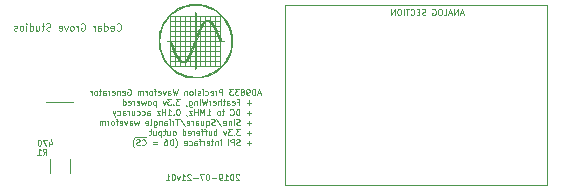
<source format=gbo>
G04 #@! TF.GenerationSoftware,KiCad,Pcbnew,(5.0.0-rc2-dev-444-g2974a2c10)*
G04 #@! TF.CreationDate,2019-07-21T13:12:54-07:00*
G04 #@! TF.ProjectId,Waveform_Generator,57617665666F726D5F47656E65726174,v01*
G04 #@! TF.SameCoordinates,Original*
G04 #@! TF.FileFunction,Legend,Bot*
G04 #@! TF.FilePolarity,Positive*
%FSLAX46Y46*%
G04 Gerber Fmt 4.6, Leading zero omitted, Abs format (unit mm)*
G04 Created by KiCad (PCBNEW (5.0.0-rc2-dev-444-g2974a2c10)) date 07/21/19 13:12:54*
%MOMM*%
%LPD*%
G01*
G04 APERTURE LIST*
%ADD10C,0.100000*%
%ADD11C,0.010000*%
%ADD12C,0.120000*%
G04 APERTURE END LIST*
D10*
X108932142Y-101179285D02*
X108960714Y-101207857D01*
X109046428Y-101236428D01*
X109103571Y-101236428D01*
X109189285Y-101207857D01*
X109246428Y-101150714D01*
X109275000Y-101093571D01*
X109303571Y-100979285D01*
X109303571Y-100893571D01*
X109275000Y-100779285D01*
X109246428Y-100722142D01*
X109189285Y-100665000D01*
X109103571Y-100636428D01*
X109046428Y-100636428D01*
X108960714Y-100665000D01*
X108932142Y-100693571D01*
X108446428Y-101207857D02*
X108503571Y-101236428D01*
X108617857Y-101236428D01*
X108675000Y-101207857D01*
X108703571Y-101150714D01*
X108703571Y-100922142D01*
X108675000Y-100865000D01*
X108617857Y-100836428D01*
X108503571Y-100836428D01*
X108446428Y-100865000D01*
X108417857Y-100922142D01*
X108417857Y-100979285D01*
X108703571Y-101036428D01*
X107903571Y-101236428D02*
X107903571Y-100636428D01*
X107903571Y-101207857D02*
X107960714Y-101236428D01*
X108075000Y-101236428D01*
X108132142Y-101207857D01*
X108160714Y-101179285D01*
X108189285Y-101122142D01*
X108189285Y-100950714D01*
X108160714Y-100893571D01*
X108132142Y-100865000D01*
X108075000Y-100836428D01*
X107960714Y-100836428D01*
X107903571Y-100865000D01*
X107360714Y-101236428D02*
X107360714Y-100922142D01*
X107389285Y-100865000D01*
X107446428Y-100836428D01*
X107560714Y-100836428D01*
X107617857Y-100865000D01*
X107360714Y-101207857D02*
X107417857Y-101236428D01*
X107560714Y-101236428D01*
X107617857Y-101207857D01*
X107646428Y-101150714D01*
X107646428Y-101093571D01*
X107617857Y-101036428D01*
X107560714Y-101007857D01*
X107417857Y-101007857D01*
X107360714Y-100979285D01*
X107075000Y-101236428D02*
X107075000Y-100836428D01*
X107075000Y-100950714D02*
X107046428Y-100893571D01*
X107017857Y-100865000D01*
X106960714Y-100836428D01*
X106903571Y-100836428D01*
X105932142Y-100665000D02*
X105989285Y-100636428D01*
X106075000Y-100636428D01*
X106160714Y-100665000D01*
X106217857Y-100722142D01*
X106246428Y-100779285D01*
X106275000Y-100893571D01*
X106275000Y-100979285D01*
X106246428Y-101093571D01*
X106217857Y-101150714D01*
X106160714Y-101207857D01*
X106075000Y-101236428D01*
X106017857Y-101236428D01*
X105932142Y-101207857D01*
X105903571Y-101179285D01*
X105903571Y-100979285D01*
X106017857Y-100979285D01*
X105646428Y-101236428D02*
X105646428Y-100836428D01*
X105646428Y-100950714D02*
X105617857Y-100893571D01*
X105589285Y-100865000D01*
X105532142Y-100836428D01*
X105475000Y-100836428D01*
X105189285Y-101236428D02*
X105246428Y-101207857D01*
X105275000Y-101179285D01*
X105303571Y-101122142D01*
X105303571Y-100950714D01*
X105275000Y-100893571D01*
X105246428Y-100865000D01*
X105189285Y-100836428D01*
X105103571Y-100836428D01*
X105046428Y-100865000D01*
X105017857Y-100893571D01*
X104989285Y-100950714D01*
X104989285Y-101122142D01*
X105017857Y-101179285D01*
X105046428Y-101207857D01*
X105103571Y-101236428D01*
X105189285Y-101236428D01*
X104789285Y-100836428D02*
X104646428Y-101236428D01*
X104503571Y-100836428D01*
X104046428Y-101207857D02*
X104103571Y-101236428D01*
X104217857Y-101236428D01*
X104275000Y-101207857D01*
X104303571Y-101150714D01*
X104303571Y-100922142D01*
X104275000Y-100865000D01*
X104217857Y-100836428D01*
X104103571Y-100836428D01*
X104046428Y-100865000D01*
X104017857Y-100922142D01*
X104017857Y-100979285D01*
X104303571Y-101036428D01*
X103332142Y-101207857D02*
X103246428Y-101236428D01*
X103103571Y-101236428D01*
X103046428Y-101207857D01*
X103017857Y-101179285D01*
X102989285Y-101122142D01*
X102989285Y-101065000D01*
X103017857Y-101007857D01*
X103046428Y-100979285D01*
X103103571Y-100950714D01*
X103217857Y-100922142D01*
X103275000Y-100893571D01*
X103303571Y-100865000D01*
X103332142Y-100807857D01*
X103332142Y-100750714D01*
X103303571Y-100693571D01*
X103275000Y-100665000D01*
X103217857Y-100636428D01*
X103075000Y-100636428D01*
X102989285Y-100665000D01*
X102817857Y-100836428D02*
X102589285Y-100836428D01*
X102732142Y-100636428D02*
X102732142Y-101150714D01*
X102703571Y-101207857D01*
X102646428Y-101236428D01*
X102589285Y-101236428D01*
X102132142Y-100836428D02*
X102132142Y-101236428D01*
X102389285Y-100836428D02*
X102389285Y-101150714D01*
X102360714Y-101207857D01*
X102303571Y-101236428D01*
X102217857Y-101236428D01*
X102160714Y-101207857D01*
X102132142Y-101179285D01*
X101589285Y-101236428D02*
X101589285Y-100636428D01*
X101589285Y-101207857D02*
X101646428Y-101236428D01*
X101760714Y-101236428D01*
X101817857Y-101207857D01*
X101846428Y-101179285D01*
X101875000Y-101122142D01*
X101875000Y-100950714D01*
X101846428Y-100893571D01*
X101817857Y-100865000D01*
X101760714Y-100836428D01*
X101646428Y-100836428D01*
X101589285Y-100865000D01*
X101303571Y-101236428D02*
X101303571Y-100836428D01*
X101303571Y-100636428D02*
X101332142Y-100665000D01*
X101303571Y-100693571D01*
X101275000Y-100665000D01*
X101303571Y-100636428D01*
X101303571Y-100693571D01*
X100932142Y-101236428D02*
X100989285Y-101207857D01*
X101017857Y-101179285D01*
X101046428Y-101122142D01*
X101046428Y-100950714D01*
X101017857Y-100893571D01*
X100989285Y-100865000D01*
X100932142Y-100836428D01*
X100846428Y-100836428D01*
X100789285Y-100865000D01*
X100760714Y-100893571D01*
X100732142Y-100950714D01*
X100732142Y-101122142D01*
X100760714Y-101179285D01*
X100789285Y-101207857D01*
X100846428Y-101236428D01*
X100932142Y-101236428D01*
X100503571Y-101207857D02*
X100446428Y-101236428D01*
X100332142Y-101236428D01*
X100275000Y-101207857D01*
X100246428Y-101150714D01*
X100246428Y-101122142D01*
X100275000Y-101065000D01*
X100332142Y-101036428D01*
X100417857Y-101036428D01*
X100475000Y-101007857D01*
X100503571Y-100950714D01*
X100503571Y-100922142D01*
X100475000Y-100865000D01*
X100417857Y-100836428D01*
X100332142Y-100836428D01*
X100275000Y-100865000D01*
X121124761Y-106543333D02*
X120886666Y-106543333D01*
X121172380Y-106686190D02*
X121005714Y-106186190D01*
X120839047Y-106686190D01*
X120672380Y-106686190D02*
X120672380Y-106186190D01*
X120553333Y-106186190D01*
X120481904Y-106210000D01*
X120434285Y-106257619D01*
X120410476Y-106305238D01*
X120386666Y-106400476D01*
X120386666Y-106471904D01*
X120410476Y-106567142D01*
X120434285Y-106614761D01*
X120481904Y-106662380D01*
X120553333Y-106686190D01*
X120672380Y-106686190D01*
X120148571Y-106686190D02*
X120053333Y-106686190D01*
X120005714Y-106662380D01*
X119981904Y-106638571D01*
X119934285Y-106567142D01*
X119910476Y-106471904D01*
X119910476Y-106281428D01*
X119934285Y-106233809D01*
X119958095Y-106210000D01*
X120005714Y-106186190D01*
X120100952Y-106186190D01*
X120148571Y-106210000D01*
X120172380Y-106233809D01*
X120196190Y-106281428D01*
X120196190Y-106400476D01*
X120172380Y-106448095D01*
X120148571Y-106471904D01*
X120100952Y-106495714D01*
X120005714Y-106495714D01*
X119958095Y-106471904D01*
X119934285Y-106448095D01*
X119910476Y-106400476D01*
X119624761Y-106400476D02*
X119672380Y-106376666D01*
X119696190Y-106352857D01*
X119720000Y-106305238D01*
X119720000Y-106281428D01*
X119696190Y-106233809D01*
X119672380Y-106210000D01*
X119624761Y-106186190D01*
X119529523Y-106186190D01*
X119481904Y-106210000D01*
X119458095Y-106233809D01*
X119434285Y-106281428D01*
X119434285Y-106305238D01*
X119458095Y-106352857D01*
X119481904Y-106376666D01*
X119529523Y-106400476D01*
X119624761Y-106400476D01*
X119672380Y-106424285D01*
X119696190Y-106448095D01*
X119720000Y-106495714D01*
X119720000Y-106590952D01*
X119696190Y-106638571D01*
X119672380Y-106662380D01*
X119624761Y-106686190D01*
X119529523Y-106686190D01*
X119481904Y-106662380D01*
X119458095Y-106638571D01*
X119434285Y-106590952D01*
X119434285Y-106495714D01*
X119458095Y-106448095D01*
X119481904Y-106424285D01*
X119529523Y-106400476D01*
X119267619Y-106186190D02*
X118958095Y-106186190D01*
X119124761Y-106376666D01*
X119053333Y-106376666D01*
X119005714Y-106400476D01*
X118981904Y-106424285D01*
X118958095Y-106471904D01*
X118958095Y-106590952D01*
X118981904Y-106638571D01*
X119005714Y-106662380D01*
X119053333Y-106686190D01*
X119196190Y-106686190D01*
X119243809Y-106662380D01*
X119267619Y-106638571D01*
X118791428Y-106186190D02*
X118481904Y-106186190D01*
X118648571Y-106376666D01*
X118577142Y-106376666D01*
X118529523Y-106400476D01*
X118505714Y-106424285D01*
X118481904Y-106471904D01*
X118481904Y-106590952D01*
X118505714Y-106638571D01*
X118529523Y-106662380D01*
X118577142Y-106686190D01*
X118720000Y-106686190D01*
X118767619Y-106662380D01*
X118791428Y-106638571D01*
X117886666Y-106686190D02*
X117886666Y-106186190D01*
X117696190Y-106186190D01*
X117648571Y-106210000D01*
X117624761Y-106233809D01*
X117600952Y-106281428D01*
X117600952Y-106352857D01*
X117624761Y-106400476D01*
X117648571Y-106424285D01*
X117696190Y-106448095D01*
X117886666Y-106448095D01*
X117386666Y-106686190D02*
X117386666Y-106352857D01*
X117386666Y-106448095D02*
X117362857Y-106400476D01*
X117339047Y-106376666D01*
X117291428Y-106352857D01*
X117243809Y-106352857D01*
X116886666Y-106662380D02*
X116934285Y-106686190D01*
X117029523Y-106686190D01*
X117077142Y-106662380D01*
X117100952Y-106614761D01*
X117100952Y-106424285D01*
X117077142Y-106376666D01*
X117029523Y-106352857D01*
X116934285Y-106352857D01*
X116886666Y-106376666D01*
X116862857Y-106424285D01*
X116862857Y-106471904D01*
X117100952Y-106519523D01*
X116434285Y-106662380D02*
X116481904Y-106686190D01*
X116577142Y-106686190D01*
X116624761Y-106662380D01*
X116648571Y-106638571D01*
X116672380Y-106590952D01*
X116672380Y-106448095D01*
X116648571Y-106400476D01*
X116624761Y-106376666D01*
X116577142Y-106352857D01*
X116481904Y-106352857D01*
X116434285Y-106376666D01*
X116220000Y-106686190D02*
X116220000Y-106352857D01*
X116220000Y-106186190D02*
X116243809Y-106210000D01*
X116220000Y-106233809D01*
X116196190Y-106210000D01*
X116220000Y-106186190D01*
X116220000Y-106233809D01*
X116005714Y-106662380D02*
X115958095Y-106686190D01*
X115862857Y-106686190D01*
X115815238Y-106662380D01*
X115791428Y-106614761D01*
X115791428Y-106590952D01*
X115815238Y-106543333D01*
X115862857Y-106519523D01*
X115934285Y-106519523D01*
X115981904Y-106495714D01*
X116005714Y-106448095D01*
X116005714Y-106424285D01*
X115981904Y-106376666D01*
X115934285Y-106352857D01*
X115862857Y-106352857D01*
X115815238Y-106376666D01*
X115577142Y-106686190D02*
X115577142Y-106352857D01*
X115577142Y-106186190D02*
X115600952Y-106210000D01*
X115577142Y-106233809D01*
X115553333Y-106210000D01*
X115577142Y-106186190D01*
X115577142Y-106233809D01*
X115267619Y-106686190D02*
X115315238Y-106662380D01*
X115339047Y-106638571D01*
X115362857Y-106590952D01*
X115362857Y-106448095D01*
X115339047Y-106400476D01*
X115315238Y-106376666D01*
X115267619Y-106352857D01*
X115196190Y-106352857D01*
X115148571Y-106376666D01*
X115124761Y-106400476D01*
X115100952Y-106448095D01*
X115100952Y-106590952D01*
X115124761Y-106638571D01*
X115148571Y-106662380D01*
X115196190Y-106686190D01*
X115267619Y-106686190D01*
X114886666Y-106352857D02*
X114886666Y-106686190D01*
X114886666Y-106400476D02*
X114862857Y-106376666D01*
X114815238Y-106352857D01*
X114743809Y-106352857D01*
X114696190Y-106376666D01*
X114672380Y-106424285D01*
X114672380Y-106686190D01*
X114100952Y-106186190D02*
X113981904Y-106686190D01*
X113886666Y-106329047D01*
X113791428Y-106686190D01*
X113672380Y-106186190D01*
X113267619Y-106686190D02*
X113267619Y-106424285D01*
X113291428Y-106376666D01*
X113339047Y-106352857D01*
X113434285Y-106352857D01*
X113481904Y-106376666D01*
X113267619Y-106662380D02*
X113315238Y-106686190D01*
X113434285Y-106686190D01*
X113481904Y-106662380D01*
X113505714Y-106614761D01*
X113505714Y-106567142D01*
X113481904Y-106519523D01*
X113434285Y-106495714D01*
X113315238Y-106495714D01*
X113267619Y-106471904D01*
X113077142Y-106352857D02*
X112958095Y-106686190D01*
X112839047Y-106352857D01*
X112458095Y-106662380D02*
X112505714Y-106686190D01*
X112600952Y-106686190D01*
X112648571Y-106662380D01*
X112672380Y-106614761D01*
X112672380Y-106424285D01*
X112648571Y-106376666D01*
X112600952Y-106352857D01*
X112505714Y-106352857D01*
X112458095Y-106376666D01*
X112434285Y-106424285D01*
X112434285Y-106471904D01*
X112672380Y-106519523D01*
X112291428Y-106352857D02*
X112100952Y-106352857D01*
X112220000Y-106686190D02*
X112220000Y-106257619D01*
X112196190Y-106210000D01*
X112148571Y-106186190D01*
X112100952Y-106186190D01*
X111862857Y-106686190D02*
X111910476Y-106662380D01*
X111934285Y-106638571D01*
X111958095Y-106590952D01*
X111958095Y-106448095D01*
X111934285Y-106400476D01*
X111910476Y-106376666D01*
X111862857Y-106352857D01*
X111791428Y-106352857D01*
X111743809Y-106376666D01*
X111720000Y-106400476D01*
X111696190Y-106448095D01*
X111696190Y-106590952D01*
X111720000Y-106638571D01*
X111743809Y-106662380D01*
X111791428Y-106686190D01*
X111862857Y-106686190D01*
X111481904Y-106686190D02*
X111481904Y-106352857D01*
X111481904Y-106448095D02*
X111458095Y-106400476D01*
X111434285Y-106376666D01*
X111386666Y-106352857D01*
X111339047Y-106352857D01*
X111172380Y-106686190D02*
X111172380Y-106352857D01*
X111172380Y-106400476D02*
X111148571Y-106376666D01*
X111100952Y-106352857D01*
X111029523Y-106352857D01*
X110981904Y-106376666D01*
X110958095Y-106424285D01*
X110958095Y-106686190D01*
X110958095Y-106424285D02*
X110934285Y-106376666D01*
X110886666Y-106352857D01*
X110815238Y-106352857D01*
X110767619Y-106376666D01*
X110743809Y-106424285D01*
X110743809Y-106686190D01*
X109862857Y-106210000D02*
X109910476Y-106186190D01*
X109981904Y-106186190D01*
X110053333Y-106210000D01*
X110100952Y-106257619D01*
X110124761Y-106305238D01*
X110148571Y-106400476D01*
X110148571Y-106471904D01*
X110124761Y-106567142D01*
X110100952Y-106614761D01*
X110053333Y-106662380D01*
X109981904Y-106686190D01*
X109934285Y-106686190D01*
X109862857Y-106662380D01*
X109839047Y-106638571D01*
X109839047Y-106471904D01*
X109934285Y-106471904D01*
X109434285Y-106662380D02*
X109481904Y-106686190D01*
X109577142Y-106686190D01*
X109624761Y-106662380D01*
X109648571Y-106614761D01*
X109648571Y-106424285D01*
X109624761Y-106376666D01*
X109577142Y-106352857D01*
X109481904Y-106352857D01*
X109434285Y-106376666D01*
X109410476Y-106424285D01*
X109410476Y-106471904D01*
X109648571Y-106519523D01*
X109196190Y-106352857D02*
X109196190Y-106686190D01*
X109196190Y-106400476D02*
X109172380Y-106376666D01*
X109124761Y-106352857D01*
X109053333Y-106352857D01*
X109005714Y-106376666D01*
X108981904Y-106424285D01*
X108981904Y-106686190D01*
X108553333Y-106662380D02*
X108600952Y-106686190D01*
X108696190Y-106686190D01*
X108743809Y-106662380D01*
X108767619Y-106614761D01*
X108767619Y-106424285D01*
X108743809Y-106376666D01*
X108696190Y-106352857D01*
X108600952Y-106352857D01*
X108553333Y-106376666D01*
X108529523Y-106424285D01*
X108529523Y-106471904D01*
X108767619Y-106519523D01*
X108315238Y-106686190D02*
X108315238Y-106352857D01*
X108315238Y-106448095D02*
X108291428Y-106400476D01*
X108267619Y-106376666D01*
X108220000Y-106352857D01*
X108172380Y-106352857D01*
X107791428Y-106686190D02*
X107791428Y-106424285D01*
X107815238Y-106376666D01*
X107862857Y-106352857D01*
X107958095Y-106352857D01*
X108005714Y-106376666D01*
X107791428Y-106662380D02*
X107839047Y-106686190D01*
X107958095Y-106686190D01*
X108005714Y-106662380D01*
X108029523Y-106614761D01*
X108029523Y-106567142D01*
X108005714Y-106519523D01*
X107958095Y-106495714D01*
X107839047Y-106495714D01*
X107791428Y-106471904D01*
X107624761Y-106352857D02*
X107434285Y-106352857D01*
X107553333Y-106186190D02*
X107553333Y-106614761D01*
X107529523Y-106662380D01*
X107481904Y-106686190D01*
X107434285Y-106686190D01*
X107196190Y-106686190D02*
X107243809Y-106662380D01*
X107267619Y-106638571D01*
X107291428Y-106590952D01*
X107291428Y-106448095D01*
X107267619Y-106400476D01*
X107243809Y-106376666D01*
X107196190Y-106352857D01*
X107124761Y-106352857D01*
X107077142Y-106376666D01*
X107053333Y-106400476D01*
X107029523Y-106448095D01*
X107029523Y-106590952D01*
X107053333Y-106638571D01*
X107077142Y-106662380D01*
X107124761Y-106686190D01*
X107196190Y-106686190D01*
X106815238Y-106686190D02*
X106815238Y-106352857D01*
X106815238Y-106448095D02*
X106791428Y-106400476D01*
X106767619Y-106376666D01*
X106720000Y-106352857D01*
X106672380Y-106352857D01*
X120339047Y-107345714D02*
X119958095Y-107345714D01*
X120148571Y-107536190D02*
X120148571Y-107155238D01*
X119172380Y-107274285D02*
X119339047Y-107274285D01*
X119339047Y-107536190D02*
X119339047Y-107036190D01*
X119100952Y-107036190D01*
X118720000Y-107512380D02*
X118767619Y-107536190D01*
X118862857Y-107536190D01*
X118910476Y-107512380D01*
X118934285Y-107464761D01*
X118934285Y-107274285D01*
X118910476Y-107226666D01*
X118862857Y-107202857D01*
X118767619Y-107202857D01*
X118720000Y-107226666D01*
X118696190Y-107274285D01*
X118696190Y-107321904D01*
X118934285Y-107369523D01*
X118267619Y-107536190D02*
X118267619Y-107274285D01*
X118291428Y-107226666D01*
X118339047Y-107202857D01*
X118434285Y-107202857D01*
X118481904Y-107226666D01*
X118267619Y-107512380D02*
X118315238Y-107536190D01*
X118434285Y-107536190D01*
X118481904Y-107512380D01*
X118505714Y-107464761D01*
X118505714Y-107417142D01*
X118481904Y-107369523D01*
X118434285Y-107345714D01*
X118315238Y-107345714D01*
X118267619Y-107321904D01*
X118100952Y-107202857D02*
X117910476Y-107202857D01*
X118029523Y-107036190D02*
X118029523Y-107464761D01*
X118005714Y-107512380D01*
X117958095Y-107536190D01*
X117910476Y-107536190D01*
X117743809Y-107536190D02*
X117743809Y-107036190D01*
X117529523Y-107536190D02*
X117529523Y-107274285D01*
X117553333Y-107226666D01*
X117600952Y-107202857D01*
X117672380Y-107202857D01*
X117720000Y-107226666D01*
X117743809Y-107250476D01*
X117100952Y-107512380D02*
X117148571Y-107536190D01*
X117243809Y-107536190D01*
X117291428Y-107512380D01*
X117315238Y-107464761D01*
X117315238Y-107274285D01*
X117291428Y-107226666D01*
X117243809Y-107202857D01*
X117148571Y-107202857D01*
X117100952Y-107226666D01*
X117077142Y-107274285D01*
X117077142Y-107321904D01*
X117315238Y-107369523D01*
X116862857Y-107536190D02*
X116862857Y-107202857D01*
X116862857Y-107298095D02*
X116839047Y-107250476D01*
X116815238Y-107226666D01*
X116767619Y-107202857D01*
X116720000Y-107202857D01*
X116600952Y-107036190D02*
X116481904Y-107536190D01*
X116386666Y-107179047D01*
X116291428Y-107536190D01*
X116172380Y-107036190D01*
X115981904Y-107536190D02*
X115981904Y-107202857D01*
X115981904Y-107036190D02*
X116005714Y-107060000D01*
X115981904Y-107083809D01*
X115958095Y-107060000D01*
X115981904Y-107036190D01*
X115981904Y-107083809D01*
X115743809Y-107202857D02*
X115743809Y-107536190D01*
X115743809Y-107250476D02*
X115720000Y-107226666D01*
X115672380Y-107202857D01*
X115600952Y-107202857D01*
X115553333Y-107226666D01*
X115529523Y-107274285D01*
X115529523Y-107536190D01*
X115077142Y-107202857D02*
X115077142Y-107607619D01*
X115100952Y-107655238D01*
X115124761Y-107679047D01*
X115172380Y-107702857D01*
X115243809Y-107702857D01*
X115291428Y-107679047D01*
X115077142Y-107512380D02*
X115124761Y-107536190D01*
X115220000Y-107536190D01*
X115267619Y-107512380D01*
X115291428Y-107488571D01*
X115315238Y-107440952D01*
X115315238Y-107298095D01*
X115291428Y-107250476D01*
X115267619Y-107226666D01*
X115220000Y-107202857D01*
X115124761Y-107202857D01*
X115077142Y-107226666D01*
X114815238Y-107512380D02*
X114815238Y-107536190D01*
X114839047Y-107583809D01*
X114862857Y-107607619D01*
X114267619Y-107036190D02*
X113958095Y-107036190D01*
X114124761Y-107226666D01*
X114053333Y-107226666D01*
X114005714Y-107250476D01*
X113981904Y-107274285D01*
X113958095Y-107321904D01*
X113958095Y-107440952D01*
X113981904Y-107488571D01*
X114005714Y-107512380D01*
X114053333Y-107536190D01*
X114196190Y-107536190D01*
X114243809Y-107512380D01*
X114267619Y-107488571D01*
X113743809Y-107488571D02*
X113720000Y-107512380D01*
X113743809Y-107536190D01*
X113767619Y-107512380D01*
X113743809Y-107488571D01*
X113743809Y-107536190D01*
X113553333Y-107036190D02*
X113243809Y-107036190D01*
X113410476Y-107226666D01*
X113339047Y-107226666D01*
X113291428Y-107250476D01*
X113267619Y-107274285D01*
X113243809Y-107321904D01*
X113243809Y-107440952D01*
X113267619Y-107488571D01*
X113291428Y-107512380D01*
X113339047Y-107536190D01*
X113481904Y-107536190D01*
X113529523Y-107512380D01*
X113553333Y-107488571D01*
X113077142Y-107202857D02*
X112958095Y-107536190D01*
X112839047Y-107202857D01*
X112267619Y-107202857D02*
X112267619Y-107702857D01*
X112267619Y-107226666D02*
X112220000Y-107202857D01*
X112124761Y-107202857D01*
X112077142Y-107226666D01*
X112053333Y-107250476D01*
X112029523Y-107298095D01*
X112029523Y-107440952D01*
X112053333Y-107488571D01*
X112077142Y-107512380D01*
X112124761Y-107536190D01*
X112220000Y-107536190D01*
X112267619Y-107512380D01*
X111743809Y-107536190D02*
X111791428Y-107512380D01*
X111815238Y-107488571D01*
X111839047Y-107440952D01*
X111839047Y-107298095D01*
X111815238Y-107250476D01*
X111791428Y-107226666D01*
X111743809Y-107202857D01*
X111672380Y-107202857D01*
X111624761Y-107226666D01*
X111600952Y-107250476D01*
X111577142Y-107298095D01*
X111577142Y-107440952D01*
X111600952Y-107488571D01*
X111624761Y-107512380D01*
X111672380Y-107536190D01*
X111743809Y-107536190D01*
X111410476Y-107202857D02*
X111315238Y-107536190D01*
X111220000Y-107298095D01*
X111124761Y-107536190D01*
X111029523Y-107202857D01*
X110648571Y-107512380D02*
X110696190Y-107536190D01*
X110791428Y-107536190D01*
X110839047Y-107512380D01*
X110862857Y-107464761D01*
X110862857Y-107274285D01*
X110839047Y-107226666D01*
X110791428Y-107202857D01*
X110696190Y-107202857D01*
X110648571Y-107226666D01*
X110624761Y-107274285D01*
X110624761Y-107321904D01*
X110862857Y-107369523D01*
X110410476Y-107536190D02*
X110410476Y-107202857D01*
X110410476Y-107298095D02*
X110386666Y-107250476D01*
X110362857Y-107226666D01*
X110315238Y-107202857D01*
X110267619Y-107202857D01*
X109910476Y-107512380D02*
X109958095Y-107536190D01*
X110053333Y-107536190D01*
X110100952Y-107512380D01*
X110124761Y-107464761D01*
X110124761Y-107274285D01*
X110100952Y-107226666D01*
X110053333Y-107202857D01*
X109958095Y-107202857D01*
X109910476Y-107226666D01*
X109886666Y-107274285D01*
X109886666Y-107321904D01*
X110124761Y-107369523D01*
X109458095Y-107536190D02*
X109458095Y-107036190D01*
X109458095Y-107512380D02*
X109505714Y-107536190D01*
X109600952Y-107536190D01*
X109648571Y-107512380D01*
X109672380Y-107488571D01*
X109696190Y-107440952D01*
X109696190Y-107298095D01*
X109672380Y-107250476D01*
X109648571Y-107226666D01*
X109600952Y-107202857D01*
X109505714Y-107202857D01*
X109458095Y-107226666D01*
X120339047Y-108195714D02*
X119958095Y-108195714D01*
X120148571Y-108386190D02*
X120148571Y-108005238D01*
X119339047Y-108386190D02*
X119339047Y-107886190D01*
X119220000Y-107886190D01*
X119148571Y-107910000D01*
X119100952Y-107957619D01*
X119077142Y-108005238D01*
X119053333Y-108100476D01*
X119053333Y-108171904D01*
X119077142Y-108267142D01*
X119100952Y-108314761D01*
X119148571Y-108362380D01*
X119220000Y-108386190D01*
X119339047Y-108386190D01*
X118553333Y-108338571D02*
X118577142Y-108362380D01*
X118648571Y-108386190D01*
X118696190Y-108386190D01*
X118767619Y-108362380D01*
X118815238Y-108314761D01*
X118839047Y-108267142D01*
X118862857Y-108171904D01*
X118862857Y-108100476D01*
X118839047Y-108005238D01*
X118815238Y-107957619D01*
X118767619Y-107910000D01*
X118696190Y-107886190D01*
X118648571Y-107886190D01*
X118577142Y-107910000D01*
X118553333Y-107933809D01*
X118029523Y-108052857D02*
X117839047Y-108052857D01*
X117958095Y-107886190D02*
X117958095Y-108314761D01*
X117934285Y-108362380D01*
X117886666Y-108386190D01*
X117839047Y-108386190D01*
X117600952Y-108386190D02*
X117648571Y-108362380D01*
X117672380Y-108338571D01*
X117696190Y-108290952D01*
X117696190Y-108148095D01*
X117672380Y-108100476D01*
X117648571Y-108076666D01*
X117600952Y-108052857D01*
X117529523Y-108052857D01*
X117481904Y-108076666D01*
X117458095Y-108100476D01*
X117434285Y-108148095D01*
X117434285Y-108290952D01*
X117458095Y-108338571D01*
X117481904Y-108362380D01*
X117529523Y-108386190D01*
X117600952Y-108386190D01*
X116577142Y-108386190D02*
X116862857Y-108386190D01*
X116720000Y-108386190D02*
X116720000Y-107886190D01*
X116767619Y-107957619D01*
X116815238Y-108005238D01*
X116862857Y-108029047D01*
X116362857Y-108386190D02*
X116362857Y-107886190D01*
X116196190Y-108243333D01*
X116029523Y-107886190D01*
X116029523Y-108386190D01*
X115791428Y-108386190D02*
X115791428Y-107886190D01*
X115791428Y-108124285D02*
X115505714Y-108124285D01*
X115505714Y-108386190D02*
X115505714Y-107886190D01*
X115315238Y-108052857D02*
X115053333Y-108052857D01*
X115315238Y-108386190D01*
X115053333Y-108386190D01*
X114839047Y-108362380D02*
X114839047Y-108386190D01*
X114862857Y-108433809D01*
X114886666Y-108457619D01*
X114148571Y-107886190D02*
X114100952Y-107886190D01*
X114053333Y-107910000D01*
X114029523Y-107933809D01*
X114005714Y-107981428D01*
X113981904Y-108076666D01*
X113981904Y-108195714D01*
X114005714Y-108290952D01*
X114029523Y-108338571D01*
X114053333Y-108362380D01*
X114100952Y-108386190D01*
X114148571Y-108386190D01*
X114196190Y-108362380D01*
X114220000Y-108338571D01*
X114243809Y-108290952D01*
X114267619Y-108195714D01*
X114267619Y-108076666D01*
X114243809Y-107981428D01*
X114220000Y-107933809D01*
X114196190Y-107910000D01*
X114148571Y-107886190D01*
X113767619Y-108338571D02*
X113743809Y-108362380D01*
X113767619Y-108386190D01*
X113791428Y-108362380D01*
X113767619Y-108338571D01*
X113767619Y-108386190D01*
X113267619Y-108386190D02*
X113553333Y-108386190D01*
X113410476Y-108386190D02*
X113410476Y-107886190D01*
X113458095Y-107957619D01*
X113505714Y-108005238D01*
X113553333Y-108029047D01*
X113053333Y-108386190D02*
X113053333Y-107886190D01*
X113053333Y-108124285D02*
X112767619Y-108124285D01*
X112767619Y-108386190D02*
X112767619Y-107886190D01*
X112577142Y-108052857D02*
X112315238Y-108052857D01*
X112577142Y-108386190D01*
X112315238Y-108386190D01*
X111529523Y-108386190D02*
X111529523Y-108124285D01*
X111553333Y-108076666D01*
X111600952Y-108052857D01*
X111696190Y-108052857D01*
X111743809Y-108076666D01*
X111529523Y-108362380D02*
X111577142Y-108386190D01*
X111696190Y-108386190D01*
X111743809Y-108362380D01*
X111767619Y-108314761D01*
X111767619Y-108267142D01*
X111743809Y-108219523D01*
X111696190Y-108195714D01*
X111577142Y-108195714D01*
X111529523Y-108171904D01*
X111077142Y-108362380D02*
X111124761Y-108386190D01*
X111220000Y-108386190D01*
X111267619Y-108362380D01*
X111291428Y-108338571D01*
X111315238Y-108290952D01*
X111315238Y-108148095D01*
X111291428Y-108100476D01*
X111267619Y-108076666D01*
X111220000Y-108052857D01*
X111124761Y-108052857D01*
X111077142Y-108076666D01*
X110648571Y-108362380D02*
X110696190Y-108386190D01*
X110791428Y-108386190D01*
X110839047Y-108362380D01*
X110862857Y-108338571D01*
X110886666Y-108290952D01*
X110886666Y-108148095D01*
X110862857Y-108100476D01*
X110839047Y-108076666D01*
X110791428Y-108052857D01*
X110696190Y-108052857D01*
X110648571Y-108076666D01*
X110220000Y-108052857D02*
X110220000Y-108386190D01*
X110434285Y-108052857D02*
X110434285Y-108314761D01*
X110410476Y-108362380D01*
X110362857Y-108386190D01*
X110291428Y-108386190D01*
X110243809Y-108362380D01*
X110220000Y-108338571D01*
X109981904Y-108386190D02*
X109981904Y-108052857D01*
X109981904Y-108148095D02*
X109958095Y-108100476D01*
X109934285Y-108076666D01*
X109886666Y-108052857D01*
X109839047Y-108052857D01*
X109458095Y-108386190D02*
X109458095Y-108124285D01*
X109481904Y-108076666D01*
X109529523Y-108052857D01*
X109624761Y-108052857D01*
X109672380Y-108076666D01*
X109458095Y-108362380D02*
X109505714Y-108386190D01*
X109624761Y-108386190D01*
X109672380Y-108362380D01*
X109696190Y-108314761D01*
X109696190Y-108267142D01*
X109672380Y-108219523D01*
X109624761Y-108195714D01*
X109505714Y-108195714D01*
X109458095Y-108171904D01*
X109005714Y-108362380D02*
X109053333Y-108386190D01*
X109148571Y-108386190D01*
X109196190Y-108362380D01*
X109220000Y-108338571D01*
X109243809Y-108290952D01*
X109243809Y-108148095D01*
X109220000Y-108100476D01*
X109196190Y-108076666D01*
X109148571Y-108052857D01*
X109053333Y-108052857D01*
X109005714Y-108076666D01*
X108839047Y-108052857D02*
X108720000Y-108386190D01*
X108600952Y-108052857D02*
X108720000Y-108386190D01*
X108767619Y-108505238D01*
X108791428Y-108529047D01*
X108839047Y-108552857D01*
X120339047Y-109045714D02*
X119958095Y-109045714D01*
X120148571Y-109236190D02*
X120148571Y-108855238D01*
X119362857Y-109212380D02*
X119291428Y-109236190D01*
X119172380Y-109236190D01*
X119124761Y-109212380D01*
X119100952Y-109188571D01*
X119077142Y-109140952D01*
X119077142Y-109093333D01*
X119100952Y-109045714D01*
X119124761Y-109021904D01*
X119172380Y-108998095D01*
X119267619Y-108974285D01*
X119315238Y-108950476D01*
X119339047Y-108926666D01*
X119362857Y-108879047D01*
X119362857Y-108831428D01*
X119339047Y-108783809D01*
X119315238Y-108760000D01*
X119267619Y-108736190D01*
X119148571Y-108736190D01*
X119077142Y-108760000D01*
X118862857Y-109236190D02*
X118862857Y-108902857D01*
X118862857Y-108736190D02*
X118886666Y-108760000D01*
X118862857Y-108783809D01*
X118839047Y-108760000D01*
X118862857Y-108736190D01*
X118862857Y-108783809D01*
X118624761Y-108902857D02*
X118624761Y-109236190D01*
X118624761Y-108950476D02*
X118600952Y-108926666D01*
X118553333Y-108902857D01*
X118481904Y-108902857D01*
X118434285Y-108926666D01*
X118410476Y-108974285D01*
X118410476Y-109236190D01*
X117981904Y-109212380D02*
X118029523Y-109236190D01*
X118124761Y-109236190D01*
X118172380Y-109212380D01*
X118196190Y-109164761D01*
X118196190Y-108974285D01*
X118172380Y-108926666D01*
X118124761Y-108902857D01*
X118029523Y-108902857D01*
X117981904Y-108926666D01*
X117958095Y-108974285D01*
X117958095Y-109021904D01*
X118196190Y-109069523D01*
X117386666Y-108712380D02*
X117815238Y-109355238D01*
X117243809Y-109212380D02*
X117172380Y-109236190D01*
X117053333Y-109236190D01*
X117005714Y-109212380D01*
X116981904Y-109188571D01*
X116958095Y-109140952D01*
X116958095Y-109093333D01*
X116981904Y-109045714D01*
X117005714Y-109021904D01*
X117053333Y-108998095D01*
X117148571Y-108974285D01*
X117196190Y-108950476D01*
X117220000Y-108926666D01*
X117243809Y-108879047D01*
X117243809Y-108831428D01*
X117220000Y-108783809D01*
X117196190Y-108760000D01*
X117148571Y-108736190D01*
X117029523Y-108736190D01*
X116958095Y-108760000D01*
X116529523Y-108902857D02*
X116529523Y-109402857D01*
X116529523Y-109212380D02*
X116577142Y-109236190D01*
X116672380Y-109236190D01*
X116720000Y-109212380D01*
X116743809Y-109188571D01*
X116767619Y-109140952D01*
X116767619Y-108998095D01*
X116743809Y-108950476D01*
X116720000Y-108926666D01*
X116672380Y-108902857D01*
X116577142Y-108902857D01*
X116529523Y-108926666D01*
X116077142Y-108902857D02*
X116077142Y-109236190D01*
X116291428Y-108902857D02*
X116291428Y-109164761D01*
X116267619Y-109212380D01*
X116220000Y-109236190D01*
X116148571Y-109236190D01*
X116100952Y-109212380D01*
X116077142Y-109188571D01*
X115624761Y-109236190D02*
X115624761Y-108974285D01*
X115648571Y-108926666D01*
X115696190Y-108902857D01*
X115791428Y-108902857D01*
X115839047Y-108926666D01*
X115624761Y-109212380D02*
X115672380Y-109236190D01*
X115791428Y-109236190D01*
X115839047Y-109212380D01*
X115862857Y-109164761D01*
X115862857Y-109117142D01*
X115839047Y-109069523D01*
X115791428Y-109045714D01*
X115672380Y-109045714D01*
X115624761Y-109021904D01*
X115386666Y-109236190D02*
X115386666Y-108902857D01*
X115386666Y-108998095D02*
X115362857Y-108950476D01*
X115339047Y-108926666D01*
X115291428Y-108902857D01*
X115243809Y-108902857D01*
X114886666Y-109212380D02*
X114934285Y-109236190D01*
X115029523Y-109236190D01*
X115077142Y-109212380D01*
X115100952Y-109164761D01*
X115100952Y-108974285D01*
X115077142Y-108926666D01*
X115029523Y-108902857D01*
X114934285Y-108902857D01*
X114886666Y-108926666D01*
X114862857Y-108974285D01*
X114862857Y-109021904D01*
X115100952Y-109069523D01*
X114291428Y-108712380D02*
X114720000Y-109355238D01*
X114196190Y-108736190D02*
X113910476Y-108736190D01*
X114053333Y-109236190D02*
X114053333Y-108736190D01*
X113743809Y-109236190D02*
X113743809Y-108902857D01*
X113743809Y-108998095D02*
X113720000Y-108950476D01*
X113696190Y-108926666D01*
X113648571Y-108902857D01*
X113600952Y-108902857D01*
X113434285Y-109236190D02*
X113434285Y-108902857D01*
X113434285Y-108736190D02*
X113458095Y-108760000D01*
X113434285Y-108783809D01*
X113410476Y-108760000D01*
X113434285Y-108736190D01*
X113434285Y-108783809D01*
X112981904Y-109236190D02*
X112981904Y-108974285D01*
X113005714Y-108926666D01*
X113053333Y-108902857D01*
X113148571Y-108902857D01*
X113196190Y-108926666D01*
X112981904Y-109212380D02*
X113029523Y-109236190D01*
X113148571Y-109236190D01*
X113196190Y-109212380D01*
X113220000Y-109164761D01*
X113220000Y-109117142D01*
X113196190Y-109069523D01*
X113148571Y-109045714D01*
X113029523Y-109045714D01*
X112981904Y-109021904D01*
X112743809Y-108902857D02*
X112743809Y-109236190D01*
X112743809Y-108950476D02*
X112720000Y-108926666D01*
X112672380Y-108902857D01*
X112600952Y-108902857D01*
X112553333Y-108926666D01*
X112529523Y-108974285D01*
X112529523Y-109236190D01*
X112077142Y-108902857D02*
X112077142Y-109307619D01*
X112100952Y-109355238D01*
X112124761Y-109379047D01*
X112172380Y-109402857D01*
X112243809Y-109402857D01*
X112291428Y-109379047D01*
X112077142Y-109212380D02*
X112124761Y-109236190D01*
X112220000Y-109236190D01*
X112267619Y-109212380D01*
X112291428Y-109188571D01*
X112315238Y-109140952D01*
X112315238Y-108998095D01*
X112291428Y-108950476D01*
X112267619Y-108926666D01*
X112220000Y-108902857D01*
X112124761Y-108902857D01*
X112077142Y-108926666D01*
X111767619Y-109236190D02*
X111815238Y-109212380D01*
X111839047Y-109164761D01*
X111839047Y-108736190D01*
X111386666Y-109212380D02*
X111434285Y-109236190D01*
X111529523Y-109236190D01*
X111577142Y-109212380D01*
X111600952Y-109164761D01*
X111600952Y-108974285D01*
X111577142Y-108926666D01*
X111529523Y-108902857D01*
X111434285Y-108902857D01*
X111386666Y-108926666D01*
X111362857Y-108974285D01*
X111362857Y-109021904D01*
X111600952Y-109069523D01*
X110815238Y-108902857D02*
X110720000Y-109236190D01*
X110624761Y-108998095D01*
X110529523Y-109236190D01*
X110434285Y-108902857D01*
X110029523Y-109236190D02*
X110029523Y-108974285D01*
X110053333Y-108926666D01*
X110100952Y-108902857D01*
X110196190Y-108902857D01*
X110243809Y-108926666D01*
X110029523Y-109212380D02*
X110077142Y-109236190D01*
X110196190Y-109236190D01*
X110243809Y-109212380D01*
X110267619Y-109164761D01*
X110267619Y-109117142D01*
X110243809Y-109069523D01*
X110196190Y-109045714D01*
X110077142Y-109045714D01*
X110029523Y-109021904D01*
X109839047Y-108902857D02*
X109720000Y-109236190D01*
X109600952Y-108902857D01*
X109220000Y-109212380D02*
X109267619Y-109236190D01*
X109362857Y-109236190D01*
X109410476Y-109212380D01*
X109434285Y-109164761D01*
X109434285Y-108974285D01*
X109410476Y-108926666D01*
X109362857Y-108902857D01*
X109267619Y-108902857D01*
X109220000Y-108926666D01*
X109196190Y-108974285D01*
X109196190Y-109021904D01*
X109434285Y-109069523D01*
X109053333Y-108902857D02*
X108862857Y-108902857D01*
X108981904Y-109236190D02*
X108981904Y-108807619D01*
X108958095Y-108760000D01*
X108910476Y-108736190D01*
X108862857Y-108736190D01*
X108624761Y-109236190D02*
X108672380Y-109212380D01*
X108696190Y-109188571D01*
X108720000Y-109140952D01*
X108720000Y-108998095D01*
X108696190Y-108950476D01*
X108672380Y-108926666D01*
X108624761Y-108902857D01*
X108553333Y-108902857D01*
X108505714Y-108926666D01*
X108481904Y-108950476D01*
X108458095Y-108998095D01*
X108458095Y-109140952D01*
X108481904Y-109188571D01*
X108505714Y-109212380D01*
X108553333Y-109236190D01*
X108624761Y-109236190D01*
X108243809Y-109236190D02*
X108243809Y-108902857D01*
X108243809Y-108998095D02*
X108220000Y-108950476D01*
X108196190Y-108926666D01*
X108148571Y-108902857D01*
X108100952Y-108902857D01*
X107934285Y-109236190D02*
X107934285Y-108902857D01*
X107934285Y-108950476D02*
X107910476Y-108926666D01*
X107862857Y-108902857D01*
X107791428Y-108902857D01*
X107743809Y-108926666D01*
X107720000Y-108974285D01*
X107720000Y-109236190D01*
X107720000Y-108974285D02*
X107696190Y-108926666D01*
X107648571Y-108902857D01*
X107577142Y-108902857D01*
X107529523Y-108926666D01*
X107505714Y-108974285D01*
X107505714Y-109236190D01*
X120339047Y-109895714D02*
X119958095Y-109895714D01*
X120148571Y-110086190D02*
X120148571Y-109705238D01*
X119386666Y-109586190D02*
X119077142Y-109586190D01*
X119243809Y-109776666D01*
X119172380Y-109776666D01*
X119124761Y-109800476D01*
X119100952Y-109824285D01*
X119077142Y-109871904D01*
X119077142Y-109990952D01*
X119100952Y-110038571D01*
X119124761Y-110062380D01*
X119172380Y-110086190D01*
X119315238Y-110086190D01*
X119362857Y-110062380D01*
X119386666Y-110038571D01*
X118862857Y-110038571D02*
X118839047Y-110062380D01*
X118862857Y-110086190D01*
X118886666Y-110062380D01*
X118862857Y-110038571D01*
X118862857Y-110086190D01*
X118672380Y-109586190D02*
X118362857Y-109586190D01*
X118529523Y-109776666D01*
X118458095Y-109776666D01*
X118410476Y-109800476D01*
X118386666Y-109824285D01*
X118362857Y-109871904D01*
X118362857Y-109990952D01*
X118386666Y-110038571D01*
X118410476Y-110062380D01*
X118458095Y-110086190D01*
X118600952Y-110086190D01*
X118648571Y-110062380D01*
X118672380Y-110038571D01*
X118196190Y-109752857D02*
X118077142Y-110086190D01*
X117958095Y-109752857D01*
X117386666Y-110086190D02*
X117386666Y-109586190D01*
X117386666Y-109776666D02*
X117339047Y-109752857D01*
X117243809Y-109752857D01*
X117196190Y-109776666D01*
X117172380Y-109800476D01*
X117148571Y-109848095D01*
X117148571Y-109990952D01*
X117172380Y-110038571D01*
X117196190Y-110062380D01*
X117243809Y-110086190D01*
X117339047Y-110086190D01*
X117386666Y-110062380D01*
X116720000Y-109752857D02*
X116720000Y-110086190D01*
X116934285Y-109752857D02*
X116934285Y-110014761D01*
X116910476Y-110062380D01*
X116862857Y-110086190D01*
X116791428Y-110086190D01*
X116743809Y-110062380D01*
X116720000Y-110038571D01*
X116553333Y-109752857D02*
X116362857Y-109752857D01*
X116481904Y-110086190D02*
X116481904Y-109657619D01*
X116458095Y-109610000D01*
X116410476Y-109586190D01*
X116362857Y-109586190D01*
X116267619Y-109752857D02*
X116077142Y-109752857D01*
X116196190Y-110086190D02*
X116196190Y-109657619D01*
X116172380Y-109610000D01*
X116124761Y-109586190D01*
X116077142Y-109586190D01*
X115720000Y-110062380D02*
X115767619Y-110086190D01*
X115862857Y-110086190D01*
X115910476Y-110062380D01*
X115934285Y-110014761D01*
X115934285Y-109824285D01*
X115910476Y-109776666D01*
X115862857Y-109752857D01*
X115767619Y-109752857D01*
X115720000Y-109776666D01*
X115696190Y-109824285D01*
X115696190Y-109871904D01*
X115934285Y-109919523D01*
X115481904Y-110086190D02*
X115481904Y-109752857D01*
X115481904Y-109848095D02*
X115458095Y-109800476D01*
X115434285Y-109776666D01*
X115386666Y-109752857D01*
X115339047Y-109752857D01*
X114981904Y-110062380D02*
X115029523Y-110086190D01*
X115124761Y-110086190D01*
X115172380Y-110062380D01*
X115196190Y-110014761D01*
X115196190Y-109824285D01*
X115172380Y-109776666D01*
X115124761Y-109752857D01*
X115029523Y-109752857D01*
X114981904Y-109776666D01*
X114958095Y-109824285D01*
X114958095Y-109871904D01*
X115196190Y-109919523D01*
X114529523Y-110086190D02*
X114529523Y-109586190D01*
X114529523Y-110062380D02*
X114577142Y-110086190D01*
X114672380Y-110086190D01*
X114720000Y-110062380D01*
X114743809Y-110038571D01*
X114767619Y-109990952D01*
X114767619Y-109848095D01*
X114743809Y-109800476D01*
X114720000Y-109776666D01*
X114672380Y-109752857D01*
X114577142Y-109752857D01*
X114529523Y-109776666D01*
X113839047Y-110086190D02*
X113886666Y-110062380D01*
X113910476Y-110038571D01*
X113934285Y-109990952D01*
X113934285Y-109848095D01*
X113910476Y-109800476D01*
X113886666Y-109776666D01*
X113839047Y-109752857D01*
X113767619Y-109752857D01*
X113720000Y-109776666D01*
X113696190Y-109800476D01*
X113672380Y-109848095D01*
X113672380Y-109990952D01*
X113696190Y-110038571D01*
X113720000Y-110062380D01*
X113767619Y-110086190D01*
X113839047Y-110086190D01*
X113243809Y-109752857D02*
X113243809Y-110086190D01*
X113458095Y-109752857D02*
X113458095Y-110014761D01*
X113434285Y-110062380D01*
X113386666Y-110086190D01*
X113315238Y-110086190D01*
X113267619Y-110062380D01*
X113243809Y-110038571D01*
X113077142Y-109752857D02*
X112886666Y-109752857D01*
X113005714Y-109586190D02*
X113005714Y-110014761D01*
X112981904Y-110062380D01*
X112934285Y-110086190D01*
X112886666Y-110086190D01*
X112720000Y-109752857D02*
X112720000Y-110252857D01*
X112720000Y-109776666D02*
X112672380Y-109752857D01*
X112577142Y-109752857D01*
X112529523Y-109776666D01*
X112505714Y-109800476D01*
X112481904Y-109848095D01*
X112481904Y-109990952D01*
X112505714Y-110038571D01*
X112529523Y-110062380D01*
X112577142Y-110086190D01*
X112672380Y-110086190D01*
X112720000Y-110062380D01*
X112053333Y-109752857D02*
X112053333Y-110086190D01*
X112267619Y-109752857D02*
X112267619Y-110014761D01*
X112243809Y-110062380D01*
X112196190Y-110086190D01*
X112124761Y-110086190D01*
X112077142Y-110062380D01*
X112053333Y-110038571D01*
X111886666Y-109752857D02*
X111696190Y-109752857D01*
X111815238Y-109586190D02*
X111815238Y-110014761D01*
X111791428Y-110062380D01*
X111743809Y-110086190D01*
X111696190Y-110086190D01*
X120339047Y-110745714D02*
X119958095Y-110745714D01*
X120148571Y-110936190D02*
X120148571Y-110555238D01*
X119362857Y-110912380D02*
X119291428Y-110936190D01*
X119172380Y-110936190D01*
X119124761Y-110912380D01*
X119100952Y-110888571D01*
X119077142Y-110840952D01*
X119077142Y-110793333D01*
X119100952Y-110745714D01*
X119124761Y-110721904D01*
X119172380Y-110698095D01*
X119267619Y-110674285D01*
X119315238Y-110650476D01*
X119339047Y-110626666D01*
X119362857Y-110579047D01*
X119362857Y-110531428D01*
X119339047Y-110483809D01*
X119315238Y-110460000D01*
X119267619Y-110436190D01*
X119148571Y-110436190D01*
X119077142Y-110460000D01*
X118862857Y-110936190D02*
X118862857Y-110436190D01*
X118672380Y-110436190D01*
X118624761Y-110460000D01*
X118600952Y-110483809D01*
X118577142Y-110531428D01*
X118577142Y-110602857D01*
X118600952Y-110650476D01*
X118624761Y-110674285D01*
X118672380Y-110698095D01*
X118862857Y-110698095D01*
X118362857Y-110936190D02*
X118362857Y-110436190D01*
X117743809Y-110936190D02*
X117743809Y-110602857D01*
X117743809Y-110436190D02*
X117767619Y-110460000D01*
X117743809Y-110483809D01*
X117720000Y-110460000D01*
X117743809Y-110436190D01*
X117743809Y-110483809D01*
X117505714Y-110602857D02*
X117505714Y-110936190D01*
X117505714Y-110650476D02*
X117481904Y-110626666D01*
X117434285Y-110602857D01*
X117362857Y-110602857D01*
X117315238Y-110626666D01*
X117291428Y-110674285D01*
X117291428Y-110936190D01*
X117124761Y-110602857D02*
X116934285Y-110602857D01*
X117053333Y-110436190D02*
X117053333Y-110864761D01*
X117029523Y-110912380D01*
X116981904Y-110936190D01*
X116934285Y-110936190D01*
X116577142Y-110912380D02*
X116624761Y-110936190D01*
X116720000Y-110936190D01*
X116767619Y-110912380D01*
X116791428Y-110864761D01*
X116791428Y-110674285D01*
X116767619Y-110626666D01*
X116720000Y-110602857D01*
X116624761Y-110602857D01*
X116577142Y-110626666D01*
X116553333Y-110674285D01*
X116553333Y-110721904D01*
X116791428Y-110769523D01*
X116339047Y-110936190D02*
X116339047Y-110602857D01*
X116339047Y-110698095D02*
X116315238Y-110650476D01*
X116291428Y-110626666D01*
X116243809Y-110602857D01*
X116196190Y-110602857D01*
X116100952Y-110602857D02*
X115910476Y-110602857D01*
X116029523Y-110936190D02*
X116029523Y-110507619D01*
X116005714Y-110460000D01*
X115958095Y-110436190D01*
X115910476Y-110436190D01*
X115529523Y-110936190D02*
X115529523Y-110674285D01*
X115553333Y-110626666D01*
X115600952Y-110602857D01*
X115696190Y-110602857D01*
X115743809Y-110626666D01*
X115529523Y-110912380D02*
X115577142Y-110936190D01*
X115696190Y-110936190D01*
X115743809Y-110912380D01*
X115767619Y-110864761D01*
X115767619Y-110817142D01*
X115743809Y-110769523D01*
X115696190Y-110745714D01*
X115577142Y-110745714D01*
X115529523Y-110721904D01*
X115077142Y-110912380D02*
X115124761Y-110936190D01*
X115220000Y-110936190D01*
X115267619Y-110912380D01*
X115291428Y-110888571D01*
X115315238Y-110840952D01*
X115315238Y-110698095D01*
X115291428Y-110650476D01*
X115267619Y-110626666D01*
X115220000Y-110602857D01*
X115124761Y-110602857D01*
X115077142Y-110626666D01*
X114672380Y-110912380D02*
X114720000Y-110936190D01*
X114815238Y-110936190D01*
X114862857Y-110912380D01*
X114886666Y-110864761D01*
X114886666Y-110674285D01*
X114862857Y-110626666D01*
X114815238Y-110602857D01*
X114720000Y-110602857D01*
X114672380Y-110626666D01*
X114648571Y-110674285D01*
X114648571Y-110721904D01*
X114886666Y-110769523D01*
X113910476Y-111126666D02*
X113934285Y-111102857D01*
X113981904Y-111031428D01*
X114005714Y-110983809D01*
X114029523Y-110912380D01*
X114053333Y-110793333D01*
X114053333Y-110698095D01*
X114029523Y-110579047D01*
X114005714Y-110507619D01*
X113981904Y-110460000D01*
X113934285Y-110388571D01*
X113910476Y-110364761D01*
X113720000Y-110936190D02*
X113720000Y-110436190D01*
X113600952Y-110436190D01*
X113529523Y-110460000D01*
X113481904Y-110507619D01*
X113458095Y-110555238D01*
X113434285Y-110650476D01*
X113434285Y-110721904D01*
X113458095Y-110817142D01*
X113481904Y-110864761D01*
X113529523Y-110912380D01*
X113600952Y-110936190D01*
X113720000Y-110936190D01*
X113005714Y-110436190D02*
X113100952Y-110436190D01*
X113148571Y-110460000D01*
X113172380Y-110483809D01*
X113220000Y-110555238D01*
X113243809Y-110650476D01*
X113243809Y-110840952D01*
X113220000Y-110888571D01*
X113196190Y-110912380D01*
X113148571Y-110936190D01*
X113053333Y-110936190D01*
X113005714Y-110912380D01*
X112981904Y-110888571D01*
X112958095Y-110840952D01*
X112958095Y-110721904D01*
X112981904Y-110674285D01*
X113005714Y-110650476D01*
X113053333Y-110626666D01*
X113148571Y-110626666D01*
X113196190Y-110650476D01*
X113220000Y-110674285D01*
X113243809Y-110721904D01*
X112362857Y-110674285D02*
X111981904Y-110674285D01*
X111981904Y-110817142D02*
X112362857Y-110817142D01*
X111389404Y-110220000D02*
X110981904Y-110220000D01*
X111077142Y-110888571D02*
X111100952Y-110912380D01*
X111172380Y-110936190D01*
X111220000Y-110936190D01*
X111291428Y-110912380D01*
X111339047Y-110864761D01*
X111362857Y-110817142D01*
X111386666Y-110721904D01*
X111386666Y-110650476D01*
X111362857Y-110555238D01*
X111339047Y-110507619D01*
X111291428Y-110460000D01*
X111220000Y-110436190D01*
X111172380Y-110436190D01*
X111100952Y-110460000D01*
X111077142Y-110483809D01*
X110981904Y-110220000D02*
X110505714Y-110220000D01*
X110886666Y-110912380D02*
X110815238Y-110936190D01*
X110696190Y-110936190D01*
X110648571Y-110912380D01*
X110624761Y-110888571D01*
X110600952Y-110840952D01*
X110600952Y-110793333D01*
X110624761Y-110745714D01*
X110648571Y-110721904D01*
X110696190Y-110698095D01*
X110791428Y-110674285D01*
X110839047Y-110650476D01*
X110862857Y-110626666D01*
X110886666Y-110579047D01*
X110886666Y-110531428D01*
X110862857Y-110483809D01*
X110839047Y-110460000D01*
X110791428Y-110436190D01*
X110672380Y-110436190D01*
X110600952Y-110460000D01*
X110434285Y-111126666D02*
X110410476Y-111102857D01*
X110362857Y-111031428D01*
X110339047Y-110983809D01*
X110315238Y-110912380D01*
X110291428Y-110793333D01*
X110291428Y-110698095D01*
X110315238Y-110579047D01*
X110339047Y-110507619D01*
X110362857Y-110460000D01*
X110410476Y-110388571D01*
X110434285Y-110364761D01*
X119300238Y-113438809D02*
X119276428Y-113415000D01*
X119228809Y-113391190D01*
X119109761Y-113391190D01*
X119062142Y-113415000D01*
X119038333Y-113438809D01*
X119014523Y-113486428D01*
X119014523Y-113534047D01*
X119038333Y-113605476D01*
X119324047Y-113891190D01*
X119014523Y-113891190D01*
X118705000Y-113391190D02*
X118657380Y-113391190D01*
X118609761Y-113415000D01*
X118585952Y-113438809D01*
X118562142Y-113486428D01*
X118538333Y-113581666D01*
X118538333Y-113700714D01*
X118562142Y-113795952D01*
X118585952Y-113843571D01*
X118609761Y-113867380D01*
X118657380Y-113891190D01*
X118705000Y-113891190D01*
X118752619Y-113867380D01*
X118776428Y-113843571D01*
X118800238Y-113795952D01*
X118824047Y-113700714D01*
X118824047Y-113581666D01*
X118800238Y-113486428D01*
X118776428Y-113438809D01*
X118752619Y-113415000D01*
X118705000Y-113391190D01*
X118062142Y-113891190D02*
X118347857Y-113891190D01*
X118205000Y-113891190D02*
X118205000Y-113391190D01*
X118252619Y-113462619D01*
X118300238Y-113510238D01*
X118347857Y-113534047D01*
X117824047Y-113891190D02*
X117728809Y-113891190D01*
X117681190Y-113867380D01*
X117657380Y-113843571D01*
X117609761Y-113772142D01*
X117585952Y-113676904D01*
X117585952Y-113486428D01*
X117609761Y-113438809D01*
X117633571Y-113415000D01*
X117681190Y-113391190D01*
X117776428Y-113391190D01*
X117824047Y-113415000D01*
X117847857Y-113438809D01*
X117871666Y-113486428D01*
X117871666Y-113605476D01*
X117847857Y-113653095D01*
X117824047Y-113676904D01*
X117776428Y-113700714D01*
X117681190Y-113700714D01*
X117633571Y-113676904D01*
X117609761Y-113653095D01*
X117585952Y-113605476D01*
X117371666Y-113700714D02*
X116990714Y-113700714D01*
X116657380Y-113391190D02*
X116609761Y-113391190D01*
X116562142Y-113415000D01*
X116538333Y-113438809D01*
X116514523Y-113486428D01*
X116490714Y-113581666D01*
X116490714Y-113700714D01*
X116514523Y-113795952D01*
X116538333Y-113843571D01*
X116562142Y-113867380D01*
X116609761Y-113891190D01*
X116657380Y-113891190D01*
X116705000Y-113867380D01*
X116728809Y-113843571D01*
X116752619Y-113795952D01*
X116776428Y-113700714D01*
X116776428Y-113581666D01*
X116752619Y-113486428D01*
X116728809Y-113438809D01*
X116705000Y-113415000D01*
X116657380Y-113391190D01*
X116324047Y-113391190D02*
X115990714Y-113391190D01*
X116205000Y-113891190D01*
X115800238Y-113700714D02*
X115419285Y-113700714D01*
X115205000Y-113438809D02*
X115181190Y-113415000D01*
X115133571Y-113391190D01*
X115014523Y-113391190D01*
X114966904Y-113415000D01*
X114943095Y-113438809D01*
X114919285Y-113486428D01*
X114919285Y-113534047D01*
X114943095Y-113605476D01*
X115228809Y-113891190D01*
X114919285Y-113891190D01*
X114443095Y-113891190D02*
X114728809Y-113891190D01*
X114585952Y-113891190D02*
X114585952Y-113391190D01*
X114633571Y-113462619D01*
X114681190Y-113510238D01*
X114728809Y-113534047D01*
X114276428Y-113557857D02*
X114157380Y-113891190D01*
X114038333Y-113557857D01*
X113752619Y-113391190D02*
X113705000Y-113391190D01*
X113657380Y-113415000D01*
X113633571Y-113438809D01*
X113609761Y-113486428D01*
X113585952Y-113581666D01*
X113585952Y-113700714D01*
X113609761Y-113795952D01*
X113633571Y-113843571D01*
X113657380Y-113867380D01*
X113705000Y-113891190D01*
X113752619Y-113891190D01*
X113800238Y-113867380D01*
X113824047Y-113843571D01*
X113847857Y-113795952D01*
X113871666Y-113700714D01*
X113871666Y-113581666D01*
X113847857Y-113486428D01*
X113824047Y-113438809D01*
X113800238Y-113415000D01*
X113752619Y-113391190D01*
X113109761Y-113891190D02*
X113395476Y-113891190D01*
X113252619Y-113891190D02*
X113252619Y-113391190D01*
X113300238Y-113462619D01*
X113347857Y-113510238D01*
X113395476Y-113534047D01*
X138269761Y-99778333D02*
X138031666Y-99778333D01*
X138317380Y-99921190D02*
X138150714Y-99421190D01*
X137984047Y-99921190D01*
X137817380Y-99921190D02*
X137817380Y-99421190D01*
X137531666Y-99921190D01*
X137531666Y-99421190D01*
X137317380Y-99778333D02*
X137079285Y-99778333D01*
X137365000Y-99921190D02*
X137198333Y-99421190D01*
X137031666Y-99921190D01*
X136626904Y-99921190D02*
X136865000Y-99921190D01*
X136865000Y-99421190D01*
X136365000Y-99421190D02*
X136269761Y-99421190D01*
X136222142Y-99445000D01*
X136174523Y-99492619D01*
X136150714Y-99587857D01*
X136150714Y-99754523D01*
X136174523Y-99849761D01*
X136222142Y-99897380D01*
X136269761Y-99921190D01*
X136365000Y-99921190D01*
X136412619Y-99897380D01*
X136460238Y-99849761D01*
X136484047Y-99754523D01*
X136484047Y-99587857D01*
X136460238Y-99492619D01*
X136412619Y-99445000D01*
X136365000Y-99421190D01*
X135674523Y-99445000D02*
X135722142Y-99421190D01*
X135793571Y-99421190D01*
X135865000Y-99445000D01*
X135912619Y-99492619D01*
X135936428Y-99540238D01*
X135960238Y-99635476D01*
X135960238Y-99706904D01*
X135936428Y-99802142D01*
X135912619Y-99849761D01*
X135865000Y-99897380D01*
X135793571Y-99921190D01*
X135745952Y-99921190D01*
X135674523Y-99897380D01*
X135650714Y-99873571D01*
X135650714Y-99706904D01*
X135745952Y-99706904D01*
X135079285Y-99897380D02*
X135007857Y-99921190D01*
X134888809Y-99921190D01*
X134841190Y-99897380D01*
X134817380Y-99873571D01*
X134793571Y-99825952D01*
X134793571Y-99778333D01*
X134817380Y-99730714D01*
X134841190Y-99706904D01*
X134888809Y-99683095D01*
X134984047Y-99659285D01*
X135031666Y-99635476D01*
X135055476Y-99611666D01*
X135079285Y-99564047D01*
X135079285Y-99516428D01*
X135055476Y-99468809D01*
X135031666Y-99445000D01*
X134984047Y-99421190D01*
X134865000Y-99421190D01*
X134793571Y-99445000D01*
X134579285Y-99659285D02*
X134412619Y-99659285D01*
X134341190Y-99921190D02*
X134579285Y-99921190D01*
X134579285Y-99421190D01*
X134341190Y-99421190D01*
X133841190Y-99873571D02*
X133865000Y-99897380D01*
X133936428Y-99921190D01*
X133984047Y-99921190D01*
X134055476Y-99897380D01*
X134103095Y-99849761D01*
X134126904Y-99802142D01*
X134150714Y-99706904D01*
X134150714Y-99635476D01*
X134126904Y-99540238D01*
X134103095Y-99492619D01*
X134055476Y-99445000D01*
X133984047Y-99421190D01*
X133936428Y-99421190D01*
X133865000Y-99445000D01*
X133841190Y-99468809D01*
X133698333Y-99421190D02*
X133412619Y-99421190D01*
X133555476Y-99921190D02*
X133555476Y-99421190D01*
X133245952Y-99921190D02*
X133245952Y-99421190D01*
X132912619Y-99421190D02*
X132817380Y-99421190D01*
X132769761Y-99445000D01*
X132722142Y-99492619D01*
X132698333Y-99587857D01*
X132698333Y-99754523D01*
X132722142Y-99849761D01*
X132769761Y-99897380D01*
X132817380Y-99921190D01*
X132912619Y-99921190D01*
X132960238Y-99897380D01*
X133007857Y-99849761D01*
X133031666Y-99754523D01*
X133031666Y-99587857D01*
X133007857Y-99492619D01*
X132960238Y-99445000D01*
X132912619Y-99421190D01*
X132484047Y-99921190D02*
X132484047Y-99421190D01*
X132198333Y-99921190D01*
X132198333Y-99421190D01*
X123190000Y-99060000D02*
X123190000Y-114300000D01*
X145415000Y-99060000D02*
X123190000Y-99060000D01*
X145415000Y-114300000D02*
X145415000Y-99060000D01*
X123190000Y-114300000D02*
X145415000Y-114300000D01*
D11*
G36*
X115589139Y-99706575D02*
X115581635Y-99759030D01*
X115578834Y-99834958D01*
X115578834Y-99982942D01*
X114515209Y-99988429D01*
X113451584Y-99993917D01*
X113440602Y-102078833D01*
X113313801Y-102078833D01*
X113246235Y-102082051D01*
X113200436Y-102090455D01*
X113187000Y-102100000D01*
X113206106Y-102111746D01*
X113255254Y-102119432D01*
X113299889Y-102121167D01*
X113375663Y-102126132D01*
X113414761Y-102140501D01*
X113419124Y-102147625D01*
X113420650Y-102173499D01*
X113422582Y-102237494D01*
X113424841Y-102335400D01*
X113427351Y-102463008D01*
X113430034Y-102616108D01*
X113432812Y-102790489D01*
X113435607Y-102981943D01*
X113438343Y-103186260D01*
X113438526Y-103200667D01*
X113451584Y-104227250D01*
X114515209Y-104232737D01*
X115578834Y-104238225D01*
X115578834Y-104375612D01*
X115581828Y-104447431D01*
X115589759Y-104496592D01*
X115600000Y-104513000D01*
X115611061Y-104493560D01*
X115618634Y-104442065D01*
X115621167Y-104375417D01*
X115621167Y-104237833D01*
X117716667Y-104237833D01*
X117716667Y-104218255D01*
X115155500Y-104218255D01*
X114959709Y-104212169D01*
X114763917Y-104206083D01*
X114757675Y-104051495D01*
X114758354Y-103951890D01*
X114769340Y-103905048D01*
X114732167Y-103905048D01*
X114732167Y-104218255D01*
X114536375Y-104212169D01*
X114340584Y-104206083D01*
X114334355Y-104039417D01*
X114332019Y-103956569D01*
X114333764Y-103908339D01*
X114341202Y-103887084D01*
X114355944Y-103885162D01*
X114366105Y-103888870D01*
X114486853Y-103928908D01*
X114590001Y-103937328D01*
X114647500Y-103927647D01*
X114732167Y-103905048D01*
X114769340Y-103905048D01*
X114774132Y-103884618D01*
X114811349Y-103843549D01*
X114876346Y-103822551D01*
X114975464Y-103815493D01*
X115002042Y-103815204D01*
X115155500Y-103814500D01*
X114287667Y-103814500D01*
X114287667Y-104216667D01*
X113906667Y-104216667D01*
X113906667Y-103814500D01*
X113864334Y-103814500D01*
X113864334Y-104216667D01*
X113483334Y-104216667D01*
X113483334Y-103814500D01*
X113864334Y-103814500D01*
X113906667Y-103814500D01*
X114287667Y-103814500D01*
X115155500Y-103814500D01*
X115155500Y-104218255D01*
X117716667Y-104218255D01*
X117716667Y-103814500D01*
X117695500Y-103814500D01*
X117695500Y-104001472D01*
X117693999Y-104086650D01*
X117689986Y-104154995D01*
X117684201Y-104195991D01*
X117681389Y-104202555D01*
X117655179Y-104208871D01*
X117597157Y-104213726D01*
X117517839Y-104216383D01*
X117480306Y-104216667D01*
X117293334Y-104216667D01*
X117293334Y-103814500D01*
X117272167Y-103814500D01*
X117272167Y-104001472D01*
X117270666Y-104086650D01*
X117266653Y-104154995D01*
X117260867Y-104195991D01*
X117258056Y-104202555D01*
X117231846Y-104208871D01*
X117173824Y-104213726D01*
X117094506Y-104216383D01*
X117056973Y-104216667D01*
X116870000Y-104216667D01*
X116870000Y-103814500D01*
X116848834Y-103814500D01*
X116848834Y-104216667D01*
X116446667Y-104216667D01*
X116446667Y-103814500D01*
X116425500Y-103814500D01*
X116425500Y-104216667D01*
X116023334Y-104216667D01*
X116023334Y-103814500D01*
X116002167Y-103814500D01*
X116002167Y-104216667D01*
X115621167Y-104216667D01*
X115621167Y-103814500D01*
X115578834Y-103814500D01*
X115578834Y-104216667D01*
X115176667Y-104216667D01*
X115176667Y-103814500D01*
X115578834Y-103814500D01*
X115621167Y-103814500D01*
X116002167Y-103814500D01*
X116023334Y-103814500D01*
X116425500Y-103814500D01*
X116446667Y-103814500D01*
X116848834Y-103814500D01*
X116870000Y-103814500D01*
X117272167Y-103814500D01*
X117293334Y-103814500D01*
X117695500Y-103814500D01*
X117716667Y-103814500D01*
X117716667Y-103391167D01*
X117695500Y-103391167D01*
X117695500Y-103793333D01*
X117293334Y-103793333D01*
X117293334Y-103391167D01*
X117272167Y-103391167D01*
X117272167Y-103793333D01*
X116870000Y-103793333D01*
X116870000Y-103391167D01*
X116848834Y-103391167D01*
X116848834Y-103793333D01*
X116446667Y-103793333D01*
X116446667Y-103391167D01*
X116425500Y-103391167D01*
X116425500Y-103793333D01*
X116023334Y-103793333D01*
X116023334Y-103391167D01*
X116002167Y-103391167D01*
X116002167Y-103793333D01*
X115621167Y-103793333D01*
X115621167Y-103391167D01*
X115578834Y-103391167D01*
X115578834Y-103793333D01*
X115176667Y-103793333D01*
X115176667Y-103592250D01*
X115155500Y-103592250D01*
X115155500Y-103793333D01*
X114880007Y-103793333D01*
X114225344Y-103793333D01*
X113906667Y-103793333D01*
X113906667Y-103592250D01*
X113909002Y-103486773D01*
X113916591Y-103421734D01*
X113930311Y-103395463D01*
X113951041Y-103406291D01*
X113979655Y-103452549D01*
X113979867Y-103452957D01*
X114008029Y-103499269D01*
X114053600Y-103565822D01*
X114107669Y-103639700D01*
X114118582Y-103654041D01*
X114225344Y-103793333D01*
X114880007Y-103793333D01*
X114962851Y-103671625D01*
X115012072Y-103595696D01*
X115056807Y-103520566D01*
X115083352Y-103470542D01*
X115110527Y-103421191D01*
X115121103Y-103408189D01*
X114965000Y-103408189D01*
X114953763Y-103438467D01*
X114924725Y-103490004D01*
X114884901Y-103552486D01*
X114841304Y-103615602D01*
X114800949Y-103669039D01*
X114770849Y-103702485D01*
X114760637Y-103708667D01*
X114757146Y-103689225D01*
X114754563Y-103637800D01*
X114753366Y-103564737D01*
X114753334Y-103549917D01*
X114753334Y-103391167D01*
X114732167Y-103391167D01*
X114732167Y-103570031D01*
X114730701Y-103661046D01*
X114725194Y-103718775D01*
X114713989Y-103752198D01*
X114695425Y-103770296D01*
X114695125Y-103770471D01*
X114628775Y-103790153D01*
X114543479Y-103790899D01*
X114457469Y-103774022D01*
X114401291Y-103749273D01*
X114364844Y-103725030D01*
X114343581Y-103700725D01*
X114333411Y-103664821D01*
X114330243Y-103605779D01*
X114330000Y-103548190D01*
X114330000Y-103391167D01*
X114287667Y-103391167D01*
X114287667Y-103518167D01*
X114286529Y-103585160D01*
X114283569Y-103631180D01*
X114280151Y-103645167D01*
X114265291Y-103629172D01*
X114233008Y-103586956D01*
X114189881Y-103527167D01*
X114183549Y-103518167D01*
X114094463Y-103391167D01*
X113864334Y-103391167D01*
X113864334Y-103793333D01*
X113483334Y-103793333D01*
X113483334Y-103391167D01*
X113864334Y-103391167D01*
X114094463Y-103391167D01*
X114287667Y-103391167D01*
X114330000Y-103391167D01*
X114732167Y-103391167D01*
X114753334Y-103391167D01*
X114859167Y-103391167D01*
X114919548Y-103394229D01*
X114957866Y-103402061D01*
X114965000Y-103408189D01*
X115121103Y-103408189D01*
X115133128Y-103393406D01*
X115138254Y-103391167D01*
X115145665Y-103410797D01*
X115151480Y-103463562D01*
X115154913Y-103540270D01*
X115155500Y-103592250D01*
X115176667Y-103592250D01*
X115176667Y-103391167D01*
X115578834Y-103391167D01*
X115621167Y-103391167D01*
X116002167Y-103391167D01*
X116023334Y-103391167D01*
X116425500Y-103391167D01*
X116446667Y-103391167D01*
X116848834Y-103391167D01*
X116870000Y-103391167D01*
X117272167Y-103391167D01*
X117293334Y-103391167D01*
X117695500Y-103391167D01*
X117716667Y-103391167D01*
X117716667Y-102967833D01*
X117695500Y-102967833D01*
X117695500Y-103370000D01*
X117293334Y-103370000D01*
X117293334Y-102967833D01*
X117272167Y-102967833D01*
X117272167Y-103370000D01*
X116870000Y-103370000D01*
X116870000Y-102967833D01*
X116848834Y-102967833D01*
X116848834Y-103370000D01*
X116446667Y-103370000D01*
X116446667Y-102967833D01*
X116425500Y-102967833D01*
X116425500Y-103370000D01*
X116023334Y-103370000D01*
X116023334Y-102967833D01*
X116002167Y-102967833D01*
X116002167Y-103370000D01*
X115621167Y-103370000D01*
X115578834Y-103370000D01*
X115377750Y-103370000D01*
X115283374Y-103369108D01*
X115223721Y-103365530D01*
X115197617Y-103359417D01*
X115155500Y-103359417D01*
X115144917Y-103370000D01*
X115134334Y-103359417D01*
X115144917Y-103348833D01*
X115155500Y-103359417D01*
X115197617Y-103359417D01*
X115191202Y-103357915D01*
X115178228Y-103344909D01*
X115176667Y-103334162D01*
X115184506Y-103298830D01*
X115205353Y-103236407D01*
X115235202Y-103158570D01*
X115245459Y-103133612D01*
X115303177Y-102995411D01*
X115155500Y-102995411D01*
X115146727Y-103025796D01*
X115123251Y-103083792D01*
X115089345Y-103159166D01*
X115071595Y-103196494D01*
X114987690Y-103370000D01*
X114753334Y-103370000D01*
X114753334Y-102967833D01*
X114732167Y-102967833D01*
X114732167Y-103370000D01*
X114330000Y-103370000D01*
X114330000Y-102967833D01*
X114287667Y-102967833D01*
X114287667Y-103370000D01*
X114080286Y-103370000D01*
X114069354Y-103348833D01*
X113927834Y-103348833D01*
X113920612Y-103369450D01*
X113918500Y-103370000D01*
X113900428Y-103355168D01*
X113896084Y-103348833D01*
X113897762Y-103329328D01*
X113905418Y-103327667D01*
X113926972Y-103343032D01*
X113927834Y-103348833D01*
X114069354Y-103348833D01*
X114048717Y-103308876D01*
X113864334Y-103308876D01*
X113864334Y-103370000D01*
X113483334Y-103370000D01*
X113483334Y-102967833D01*
X113733344Y-102967833D01*
X113798839Y-103107793D01*
X113831703Y-103186329D01*
X113855210Y-103258356D01*
X113864332Y-103308437D01*
X113864334Y-103308876D01*
X114048717Y-103308876D01*
X113982893Y-103181429D01*
X113941840Y-103100769D01*
X113909334Y-103034670D01*
X113889554Y-102991759D01*
X113885500Y-102980346D01*
X113905133Y-102974969D01*
X113957902Y-102970750D01*
X114034615Y-102968260D01*
X114086584Y-102967833D01*
X114287667Y-102967833D01*
X114330000Y-102967833D01*
X114732167Y-102967833D01*
X114753334Y-102967833D01*
X114954417Y-102967833D01*
X115053838Y-102969393D01*
X115116659Y-102974588D01*
X115148518Y-102984192D01*
X115155500Y-102995411D01*
X115303177Y-102995411D01*
X115314250Y-102968899D01*
X115578834Y-102967833D01*
X115578834Y-103370000D01*
X115621167Y-103370000D01*
X115621167Y-102967833D01*
X116002167Y-102967833D01*
X116023334Y-102967833D01*
X116425500Y-102967833D01*
X116446667Y-102967833D01*
X116848834Y-102967833D01*
X116870000Y-102967833D01*
X117272167Y-102967833D01*
X117293334Y-102967833D01*
X117695500Y-102967833D01*
X117716667Y-102967833D01*
X117716667Y-102544500D01*
X117695500Y-102544500D01*
X117695500Y-102946667D01*
X117293334Y-102946667D01*
X117293334Y-102544500D01*
X117272167Y-102544500D01*
X117272167Y-102946667D01*
X116870000Y-102946667D01*
X116870000Y-102544500D01*
X116848834Y-102544500D01*
X116848834Y-102946667D01*
X116446667Y-102946667D01*
X116446667Y-102544500D01*
X116425500Y-102544500D01*
X116425500Y-102946667D01*
X116023334Y-102946667D01*
X116023334Y-102544500D01*
X116002167Y-102544500D01*
X116002167Y-102946667D01*
X115621167Y-102946667D01*
X115621167Y-102744111D01*
X115578834Y-102744111D01*
X115578834Y-102946667D01*
X115327890Y-102946667D01*
X115407133Y-102750875D01*
X115447263Y-102656364D01*
X115478456Y-102595554D01*
X115504788Y-102561861D01*
X115505576Y-102561455D01*
X115342473Y-102561455D01*
X115331724Y-102587552D01*
X115309021Y-102642826D01*
X115278467Y-102717284D01*
X115264246Y-102751955D01*
X115231770Y-102829051D01*
X115205068Y-102888556D01*
X115188191Y-102921612D01*
X115184871Y-102925500D01*
X115181258Y-102905908D01*
X115178457Y-102853431D01*
X115176874Y-102777513D01*
X115176667Y-102735000D01*
X115176667Y-102544500D01*
X115155500Y-102544500D01*
X115155500Y-102946667D01*
X114753334Y-102946667D01*
X114753334Y-102544500D01*
X114732167Y-102544500D01*
X114732167Y-102946667D01*
X114330000Y-102946667D01*
X114330000Y-102544500D01*
X114287667Y-102544500D01*
X114287667Y-102946667D01*
X113906667Y-102946667D01*
X113906667Y-102544500D01*
X113864334Y-102544500D01*
X113862766Y-102729708D01*
X113861197Y-102914917D01*
X113857669Y-102907254D01*
X113707737Y-102907254D01*
X113700383Y-102933911D01*
X113666888Y-102944645D01*
X113605054Y-102946665D01*
X113601177Y-102946667D01*
X113483334Y-102946667D01*
X113483334Y-102745583D01*
X113484027Y-102651982D01*
X113487162Y-102592891D01*
X113494320Y-102560496D01*
X113507082Y-102546981D01*
X113524026Y-102544500D01*
X113559488Y-102561552D01*
X113587671Y-102615761D01*
X113590390Y-102623875D01*
X113618640Y-102700026D01*
X113651594Y-102774855D01*
X113652816Y-102777333D01*
X113691148Y-102857464D01*
X113707737Y-102907254D01*
X113857669Y-102907254D01*
X113798932Y-102779687D01*
X113765461Y-102703806D01*
X113738429Y-102636750D01*
X113724122Y-102594479D01*
X113720063Y-102561384D01*
X113737497Y-102547407D01*
X113786701Y-102544500D01*
X113864334Y-102544500D01*
X113906667Y-102544500D01*
X114287667Y-102544500D01*
X114330000Y-102544500D01*
X114732167Y-102544500D01*
X114753334Y-102544500D01*
X115155500Y-102544500D01*
X115176667Y-102544500D01*
X115263098Y-102544500D01*
X115314869Y-102548129D01*
X115341499Y-102557232D01*
X115342473Y-102561455D01*
X115505576Y-102561455D01*
X115530337Y-102548702D01*
X115532605Y-102548319D01*
X115553962Y-102547215D01*
X115567465Y-102556550D01*
X115574912Y-102583935D01*
X115578100Y-102636982D01*
X115578826Y-102723303D01*
X115578834Y-102744111D01*
X115621167Y-102744111D01*
X115621167Y-102544500D01*
X116002167Y-102544500D01*
X116023334Y-102544500D01*
X116425500Y-102544500D01*
X116446667Y-102544500D01*
X116848834Y-102544500D01*
X116870000Y-102544500D01*
X117272167Y-102544500D01*
X117293334Y-102544500D01*
X117695500Y-102544500D01*
X117716667Y-102544500D01*
X117716667Y-102335098D01*
X117695500Y-102335098D01*
X117695500Y-102523333D01*
X117293334Y-102523333D01*
X117293334Y-102121167D01*
X117272167Y-102121167D01*
X117272167Y-102523333D01*
X116870000Y-102523333D01*
X116870000Y-102121167D01*
X116848834Y-102121167D01*
X116848834Y-102523333D01*
X116446667Y-102523333D01*
X116446667Y-102121167D01*
X116425500Y-102121167D01*
X116425500Y-102523333D01*
X116023334Y-102523333D01*
X116023334Y-102121167D01*
X116002167Y-102121167D01*
X116002167Y-102523333D01*
X115621167Y-102523333D01*
X115621356Y-102422792D01*
X115577224Y-102422792D01*
X115574681Y-102487111D01*
X115562764Y-102517696D01*
X115547084Y-102523333D01*
X115519907Y-102509259D01*
X115516944Y-102496875D01*
X115525216Y-102460635D01*
X115543451Y-102405946D01*
X115547084Y-102396333D01*
X115575613Y-102322250D01*
X115577224Y-102422792D01*
X115621356Y-102422792D01*
X115621456Y-102369875D01*
X115622284Y-102264165D01*
X115628177Y-102193658D01*
X115644957Y-102151229D01*
X115678446Y-102129753D01*
X115734467Y-102122107D01*
X115818663Y-102121167D01*
X115514716Y-102121167D01*
X115470311Y-102232292D01*
X115437615Y-102315086D01*
X115405034Y-102399088D01*
X115391971Y-102433375D01*
X115368411Y-102488773D01*
X115343213Y-102514956D01*
X115301256Y-102522841D01*
X115267352Y-102523333D01*
X115176667Y-102523333D01*
X115176667Y-102121167D01*
X115155500Y-102121167D01*
X115155500Y-102523333D01*
X114753334Y-102523333D01*
X114753334Y-102121167D01*
X114732167Y-102121167D01*
X114732167Y-102523333D01*
X114330000Y-102523333D01*
X114330000Y-102121167D01*
X114287667Y-102121167D01*
X114287667Y-102523333D01*
X113906667Y-102523333D01*
X113906667Y-102121167D01*
X113864334Y-102121167D01*
X113864334Y-102525767D01*
X113775796Y-102519259D01*
X113718286Y-102515031D01*
X113544133Y-102515031D01*
X113532750Y-102522787D01*
X113515084Y-102523333D01*
X113492599Y-102508850D01*
X113484307Y-102461260D01*
X113484162Y-102443958D01*
X113484991Y-102364583D01*
X113515912Y-102435805D01*
X113538487Y-102489558D01*
X113544133Y-102515031D01*
X113718286Y-102515031D01*
X113687258Y-102512750D01*
X113617078Y-102332833D01*
X113586118Y-102251832D01*
X113562128Y-102185967D01*
X113548609Y-102144996D01*
X113546866Y-102137042D01*
X113566287Y-102129453D01*
X113617690Y-102123840D01*
X113690734Y-102121236D01*
X113705584Y-102121167D01*
X113864334Y-102121167D01*
X113906667Y-102121167D01*
X114287667Y-102121167D01*
X114330000Y-102121167D01*
X114732167Y-102121167D01*
X114753334Y-102121167D01*
X115155500Y-102121167D01*
X115176667Y-102121167D01*
X115514716Y-102121167D01*
X115818663Y-102121167D01*
X115818843Y-102121165D01*
X115824719Y-102121167D01*
X116002167Y-102121167D01*
X116023334Y-102121167D01*
X116425500Y-102121167D01*
X116446667Y-102121167D01*
X116848834Y-102121167D01*
X116870000Y-102121167D01*
X117272167Y-102121167D01*
X117293334Y-102121167D01*
X117460936Y-102121167D01*
X117563078Y-102121702D01*
X117630231Y-102127764D01*
X117669722Y-102146036D01*
X117688879Y-102183202D01*
X117695030Y-102245943D01*
X117695500Y-102335098D01*
X117716667Y-102335098D01*
X117716667Y-102121167D01*
X117876666Y-102121167D01*
X117962173Y-102118615D01*
X118012200Y-102111285D01*
X118023584Y-102100000D01*
X117996887Y-102088574D01*
X117941336Y-102080889D01*
X117887220Y-102078833D01*
X117631383Y-102078833D01*
X117293334Y-102078833D01*
X117293334Y-101697833D01*
X117272167Y-101697833D01*
X117272167Y-102078833D01*
X116870000Y-102078833D01*
X116870000Y-101697833D01*
X116848834Y-101697833D01*
X116848834Y-102078833D01*
X116446667Y-102078833D01*
X116446667Y-101697833D01*
X116425500Y-101697833D01*
X116425500Y-102078833D01*
X116023334Y-102078833D01*
X116023334Y-101697833D01*
X116002167Y-101697833D01*
X116002167Y-102078833D01*
X115667422Y-102078833D01*
X115808815Y-101723733D01*
X115656749Y-101723733D01*
X115649346Y-101773115D01*
X115648914Y-101774711D01*
X115632267Y-101835417D01*
X115625125Y-101775273D01*
X115623765Y-101727763D01*
X115630158Y-101702954D01*
X115647758Y-101697833D01*
X115578834Y-101697833D01*
X115578834Y-101821675D01*
X115574770Y-101903080D01*
X115564351Y-101977885D01*
X115555597Y-102012175D01*
X115532359Y-102078833D01*
X115176667Y-102078833D01*
X115176667Y-101697833D01*
X115155500Y-101697833D01*
X115155500Y-102078833D01*
X114753334Y-102078833D01*
X114753334Y-101697833D01*
X114732167Y-101697833D01*
X114732167Y-102078833D01*
X114330000Y-102078833D01*
X114330000Y-101697833D01*
X114287667Y-101697833D01*
X114287667Y-102078833D01*
X113906667Y-102078833D01*
X113906667Y-101697833D01*
X113864334Y-101697833D01*
X113864334Y-102078833D01*
X113483334Y-102078833D01*
X113483334Y-101697833D01*
X113864334Y-101697833D01*
X113906667Y-101697833D01*
X114287667Y-101697833D01*
X114330000Y-101697833D01*
X114732167Y-101697833D01*
X114753334Y-101697833D01*
X115155500Y-101697833D01*
X115176667Y-101697833D01*
X115578834Y-101697833D01*
X115647758Y-101697833D01*
X115649560Y-101697309D01*
X115656749Y-101723733D01*
X115808815Y-101723733D01*
X115819128Y-101697833D01*
X116002167Y-101697833D01*
X116023334Y-101697833D01*
X116425500Y-101697833D01*
X116446667Y-101697833D01*
X116848834Y-101697833D01*
X116870000Y-101697833D01*
X117272167Y-101697833D01*
X117293334Y-101697833D01*
X117386286Y-101697833D01*
X117422977Y-101697297D01*
X117449690Y-101699610D01*
X117470726Y-101710650D01*
X117490389Y-101736298D01*
X117512980Y-101782433D01*
X117542804Y-101854934D01*
X117584162Y-101959681D01*
X117591529Y-101978292D01*
X117631383Y-102078833D01*
X117887220Y-102078833D01*
X117816196Y-102076873D01*
X117775898Y-102068393D01*
X117754799Y-102049493D01*
X117746443Y-102031208D01*
X117742658Y-102000858D01*
X117738670Y-101932577D01*
X117734602Y-101830766D01*
X117732956Y-101777208D01*
X117694750Y-101777208D01*
X117694000Y-101856583D01*
X117663750Y-101803667D01*
X117641180Y-101755960D01*
X117632751Y-101724292D01*
X117649063Y-101700892D01*
X117663750Y-101697833D01*
X117686259Y-101712359D01*
X117694593Y-101760051D01*
X117694750Y-101777208D01*
X117732956Y-101777208D01*
X117730576Y-101699827D01*
X117726715Y-101544161D01*
X117723139Y-101368169D01*
X117721594Y-101274500D01*
X117695500Y-101274500D01*
X117695500Y-101477055D01*
X117694986Y-101570597D01*
X117692300Y-101629398D01*
X117685734Y-101661048D01*
X117673575Y-101673136D01*
X117654112Y-101673253D01*
X117651362Y-101672847D01*
X117641193Y-101667108D01*
X117462667Y-101667108D01*
X117443868Y-101673097D01*
X117396910Y-101676425D01*
X117378000Y-101676667D01*
X117293334Y-101676667D01*
X117293334Y-101482639D01*
X117294130Y-101399165D01*
X117296266Y-101335710D01*
X117299364Y-101301072D01*
X117301288Y-101297430D01*
X117312994Y-101319806D01*
X117336267Y-101370112D01*
X117366427Y-101437626D01*
X117398794Y-101511625D01*
X117428685Y-101581386D01*
X117451421Y-101636187D01*
X117462320Y-101665304D01*
X117462667Y-101667108D01*
X117641193Y-101667108D01*
X117620391Y-101655369D01*
X117587111Y-101608705D01*
X117547589Y-101527204D01*
X117543570Y-101517917D01*
X117499322Y-101415833D01*
X117470817Y-101346884D01*
X117458725Y-101304648D01*
X117463719Y-101282699D01*
X117486470Y-101274613D01*
X117493662Y-101274500D01*
X117272167Y-101274500D01*
X117272167Y-101676667D01*
X116870000Y-101676667D01*
X116870000Y-101274500D01*
X116848834Y-101274500D01*
X116848834Y-101676667D01*
X116446667Y-101676667D01*
X116446667Y-101274500D01*
X116425500Y-101274500D01*
X116425500Y-101676667D01*
X116023334Y-101676667D01*
X116023334Y-101472055D01*
X116002167Y-101472055D01*
X116002167Y-101676667D01*
X115917500Y-101676667D01*
X115864452Y-101675230D01*
X115834975Y-101671641D01*
X115832834Y-101670196D01*
X115840347Y-101647580D01*
X115860023Y-101596477D01*
X115887570Y-101527402D01*
X115918693Y-101450872D01*
X115949101Y-101377404D01*
X115974498Y-101317512D01*
X115985960Y-101292017D01*
X115832834Y-101292017D01*
X115825354Y-101319157D01*
X115805721Y-101373661D01*
X115778148Y-101443852D01*
X115777488Y-101445476D01*
X115746507Y-101521981D01*
X115719762Y-101588748D01*
X115703928Y-101629042D01*
X115677898Y-101665934D01*
X115653441Y-101676667D01*
X115638098Y-101669821D01*
X115628390Y-101644493D01*
X115623162Y-101593492D01*
X115621261Y-101509629D01*
X115621167Y-101475583D01*
X115621167Y-101274500D01*
X115578834Y-101274500D01*
X115578834Y-101676667D01*
X115176667Y-101676667D01*
X115176667Y-101274500D01*
X115155500Y-101274500D01*
X115155500Y-101676667D01*
X114753334Y-101676667D01*
X114753334Y-101274500D01*
X114732167Y-101274500D01*
X114732167Y-101676667D01*
X114330000Y-101676667D01*
X114330000Y-101274500D01*
X114287667Y-101274500D01*
X114287667Y-101676667D01*
X113906667Y-101676667D01*
X113906667Y-101274500D01*
X113864334Y-101274500D01*
X113864334Y-101676667D01*
X113483334Y-101676667D01*
X113483334Y-101274500D01*
X113864334Y-101274500D01*
X113906667Y-101274500D01*
X114287667Y-101274500D01*
X114330000Y-101274500D01*
X114732167Y-101274500D01*
X114753334Y-101274500D01*
X115155500Y-101274500D01*
X115176667Y-101274500D01*
X115578834Y-101274500D01*
X115621167Y-101274500D01*
X115727000Y-101274500D01*
X115787380Y-101277652D01*
X115825699Y-101285710D01*
X115832834Y-101292017D01*
X115985960Y-101292017D01*
X115990593Y-101281714D01*
X115993660Y-101276264D01*
X115997271Y-101291988D01*
X116000121Y-101341446D01*
X116001837Y-101416041D01*
X116002167Y-101472055D01*
X116023334Y-101472055D01*
X116023334Y-101274500D01*
X116425500Y-101274500D01*
X116446667Y-101274500D01*
X116848834Y-101274500D01*
X116870000Y-101274500D01*
X117272167Y-101274500D01*
X117493662Y-101274500D01*
X117527650Y-101273966D01*
X117569024Y-101274500D01*
X117695500Y-101274500D01*
X117721594Y-101274500D01*
X117719972Y-101176253D01*
X117717516Y-100988750D01*
X117715936Y-100851167D01*
X117695500Y-100851167D01*
X117695500Y-101253333D01*
X117429420Y-101253333D01*
X117423250Y-101240820D01*
X117272167Y-101240820D01*
X117252535Y-101246197D01*
X117199766Y-101250417D01*
X117123053Y-101252907D01*
X117071084Y-101253333D01*
X116870000Y-101253333D01*
X116870000Y-100851167D01*
X116848834Y-100851167D01*
X116848834Y-101253333D01*
X116446667Y-101253333D01*
X116446667Y-100851167D01*
X116425500Y-100851167D01*
X116425500Y-101253333D01*
X116224417Y-101253333D01*
X116128798Y-101252231D01*
X116068293Y-101248156D01*
X116035722Y-101239960D01*
X116023905Y-101226490D01*
X116023334Y-101221113D01*
X116032426Y-101188567D01*
X116056713Y-101129160D01*
X116091710Y-101053516D01*
X116108237Y-101020030D01*
X116159882Y-100917312D01*
X115998778Y-100917312D01*
X115977889Y-100980777D01*
X115936056Y-101075617D01*
X115928618Y-101091941D01*
X115855069Y-101253333D01*
X115621167Y-101253333D01*
X115621167Y-100851167D01*
X115578834Y-100851167D01*
X115578834Y-101253333D01*
X115176667Y-101253333D01*
X115176667Y-100851167D01*
X115155500Y-100851167D01*
X115155500Y-101253333D01*
X114753334Y-101253333D01*
X114753334Y-100851167D01*
X114732167Y-100851167D01*
X114732167Y-101253333D01*
X114330000Y-101253333D01*
X114330000Y-100851167D01*
X114287667Y-100851167D01*
X114287667Y-101253333D01*
X113906667Y-101253333D01*
X113906667Y-100851167D01*
X113864334Y-100851167D01*
X113864334Y-101253333D01*
X113483334Y-101253333D01*
X113483334Y-100851167D01*
X113864334Y-100851167D01*
X113906667Y-100851167D01*
X114287667Y-100851167D01*
X114330000Y-100851167D01*
X114732167Y-100851167D01*
X114753334Y-100851167D01*
X115155500Y-100851167D01*
X115176667Y-100851167D01*
X115578834Y-100851167D01*
X115621167Y-100851167D01*
X115811667Y-100851167D01*
X115905167Y-100852150D01*
X115965478Y-100859300D01*
X115995661Y-100878920D01*
X115998778Y-100917312D01*
X116159882Y-100917312D01*
X116193140Y-100851167D01*
X116425500Y-100851167D01*
X116446667Y-100851167D01*
X116848834Y-100851167D01*
X116870000Y-100851167D01*
X117077381Y-100851167D01*
X117174774Y-101039737D01*
X117215828Y-101120397D01*
X117248334Y-101186497D01*
X117268114Y-101229407D01*
X117272167Y-101240820D01*
X117423250Y-101240820D01*
X117361377Y-101115349D01*
X117327135Y-101037281D01*
X117302696Y-100965093D01*
X117293334Y-100914376D01*
X117293334Y-100882917D01*
X117272167Y-100882917D01*
X117267639Y-100911157D01*
X117263848Y-100914667D01*
X117250200Y-100898115D01*
X117243346Y-100882917D01*
X117242906Y-100855661D01*
X117251665Y-100851167D01*
X117269857Y-100868321D01*
X117272167Y-100882917D01*
X117293334Y-100882917D01*
X117293334Y-100851167D01*
X117695500Y-100851167D01*
X117715936Y-100851167D01*
X117711072Y-100427833D01*
X117695500Y-100427833D01*
X117695500Y-100830000D01*
X117293334Y-100830000D01*
X117062534Y-100830000D01*
X116870000Y-100830000D01*
X116870000Y-100710991D01*
X116870319Y-100693953D01*
X116848834Y-100693953D01*
X116848834Y-100830000D01*
X116446667Y-100830000D01*
X116446667Y-100667017D01*
X116425500Y-100667017D01*
X116425500Y-100830000D01*
X116319667Y-100830000D01*
X116259288Y-100826823D01*
X116220969Y-100818700D01*
X116213834Y-100812342D01*
X116225042Y-100788598D01*
X116253936Y-100741140D01*
X116293423Y-100680576D01*
X116336410Y-100617515D01*
X116375804Y-100562566D01*
X116404511Y-100526338D01*
X116406532Y-100524142D01*
X116416060Y-100532901D01*
X116422628Y-100578003D01*
X116425449Y-100653514D01*
X116425500Y-100667017D01*
X116446667Y-100667017D01*
X116446667Y-100489173D01*
X116517882Y-100459417D01*
X116610093Y-100442872D01*
X116707941Y-100464174D01*
X116793468Y-100514355D01*
X116824080Y-100543106D01*
X116840787Y-100576941D01*
X116847667Y-100629085D01*
X116848834Y-100693953D01*
X116870319Y-100693953D01*
X116871242Y-100644753D01*
X116876762Y-100613490D01*
X116889258Y-100609873D01*
X116903537Y-100619816D01*
X116934789Y-100653086D01*
X116976828Y-100706645D01*
X116999804Y-100738824D01*
X117062534Y-100830000D01*
X117293334Y-100830000D01*
X117293334Y-100427833D01*
X117272167Y-100427833D01*
X117272167Y-100628917D01*
X117269965Y-100735119D01*
X117261622Y-100800352D01*
X117244534Y-100825830D01*
X117216096Y-100812770D01*
X117173702Y-100762386D01*
X117128076Y-100696156D01*
X117076864Y-100622864D01*
X117026518Y-100557451D01*
X116987626Y-100513647D01*
X116986470Y-100512550D01*
X116950646Y-100474263D01*
X116933706Y-100447043D01*
X116933500Y-100445310D01*
X116950496Y-100438233D01*
X116298500Y-100438233D01*
X116286664Y-100459261D01*
X116255944Y-100503266D01*
X116221591Y-100549358D01*
X116169630Y-100623337D01*
X116121545Y-100701458D01*
X116100956Y-100740042D01*
X116071957Y-100792981D01*
X116047948Y-100825314D01*
X116040283Y-100830000D01*
X116033000Y-100810369D01*
X116027285Y-100757604D01*
X116023912Y-100680896D01*
X116023334Y-100628917D01*
X116023334Y-100427833D01*
X116002167Y-100427833D01*
X116002167Y-100830000D01*
X115621167Y-100830000D01*
X115621167Y-100427833D01*
X115578834Y-100427833D01*
X115578834Y-100830000D01*
X115176667Y-100830000D01*
X115176667Y-100427833D01*
X115155500Y-100427833D01*
X115155500Y-100830000D01*
X114753334Y-100830000D01*
X114753334Y-100427833D01*
X114732167Y-100427833D01*
X114732167Y-100830000D01*
X114330000Y-100830000D01*
X114330000Y-100427833D01*
X114287667Y-100427833D01*
X114287667Y-100830000D01*
X113906667Y-100830000D01*
X113906667Y-100427833D01*
X113864334Y-100427833D01*
X113864334Y-100830000D01*
X113483334Y-100830000D01*
X113483334Y-100427833D01*
X113864334Y-100427833D01*
X113906667Y-100427833D01*
X114287667Y-100427833D01*
X114330000Y-100427833D01*
X114732167Y-100427833D01*
X114753334Y-100427833D01*
X115155500Y-100427833D01*
X115176667Y-100427833D01*
X115578834Y-100427833D01*
X115621167Y-100427833D01*
X116002167Y-100427833D01*
X116023334Y-100427833D01*
X116160917Y-100427833D01*
X116230991Y-100429293D01*
X116280547Y-100433112D01*
X116298500Y-100438233D01*
X116950496Y-100438233D01*
X116952992Y-100437194D01*
X117004791Y-100431082D01*
X117078883Y-100428009D01*
X117102834Y-100427833D01*
X117272167Y-100427833D01*
X117293334Y-100427833D01*
X117695500Y-100427833D01*
X117711072Y-100427833D01*
X117710828Y-100406667D01*
X117697089Y-100406667D01*
X117293334Y-100406667D01*
X117273756Y-100406667D01*
X116870000Y-100406667D01*
X116870000Y-100004500D01*
X116848834Y-100004500D01*
X116848834Y-100386587D01*
X116787556Y-100354899D01*
X116723506Y-100329744D01*
X116650330Y-100311280D01*
X116644681Y-100310338D01*
X116574512Y-100307524D01*
X116510935Y-100317678D01*
X116504875Y-100319792D01*
X116446667Y-100342119D01*
X116446667Y-100004500D01*
X116425500Y-100004500D01*
X116425500Y-100176791D01*
X116422998Y-100275665D01*
X116410670Y-100340996D01*
X116381284Y-100379745D01*
X116327611Y-100398873D01*
X116242419Y-100405340D01*
X116187375Y-100405993D01*
X116023334Y-100406667D01*
X116023334Y-100004500D01*
X116002167Y-100004500D01*
X116002167Y-100406667D01*
X115621167Y-100406667D01*
X115621167Y-100004500D01*
X115578834Y-100004500D01*
X115578834Y-100406667D01*
X115176667Y-100406667D01*
X115155500Y-100406667D01*
X114751745Y-100406667D01*
X114732167Y-100406667D01*
X114328412Y-100406667D01*
X114340584Y-100015083D01*
X114536375Y-100008997D01*
X114681047Y-100004500D01*
X114287667Y-100004500D01*
X114287667Y-100406667D01*
X113906667Y-100406667D01*
X113906667Y-100004500D01*
X113864334Y-100004500D01*
X113864334Y-100406667D01*
X113483334Y-100406667D01*
X113483334Y-100004500D01*
X113864334Y-100004500D01*
X113906667Y-100004500D01*
X114287667Y-100004500D01*
X114681047Y-100004500D01*
X114732167Y-100002911D01*
X114732167Y-100406667D01*
X114751745Y-100406667D01*
X114763917Y-100015083D01*
X114959709Y-100008997D01*
X115155500Y-100002911D01*
X115155500Y-100406667D01*
X115176667Y-100406667D01*
X115176667Y-100004500D01*
X115578834Y-100004500D01*
X115621167Y-100004500D01*
X116002167Y-100004500D01*
X116023334Y-100004500D01*
X116425500Y-100004500D01*
X116446667Y-100004500D01*
X116848834Y-100004500D01*
X116870000Y-100004500D01*
X116870000Y-100002911D01*
X117261584Y-100015083D01*
X117273756Y-100406667D01*
X117293334Y-100406667D01*
X117293334Y-100002911D01*
X117489125Y-100008997D01*
X117684917Y-100015083D01*
X117697089Y-100406667D01*
X117710828Y-100406667D01*
X117706084Y-99993917D01*
X116663625Y-99988425D01*
X115621167Y-99982934D01*
X115621167Y-99834967D01*
X115618367Y-99759037D01*
X115610863Y-99706580D01*
X115600002Y-99687000D01*
X115600000Y-99687000D01*
X115589139Y-99706575D01*
X115589139Y-99706575D01*
G37*
X115589139Y-99706575D02*
X115581635Y-99759030D01*
X115578834Y-99834958D01*
X115578834Y-99982942D01*
X114515209Y-99988429D01*
X113451584Y-99993917D01*
X113440602Y-102078833D01*
X113313801Y-102078833D01*
X113246235Y-102082051D01*
X113200436Y-102090455D01*
X113187000Y-102100000D01*
X113206106Y-102111746D01*
X113255254Y-102119432D01*
X113299889Y-102121167D01*
X113375663Y-102126132D01*
X113414761Y-102140501D01*
X113419124Y-102147625D01*
X113420650Y-102173499D01*
X113422582Y-102237494D01*
X113424841Y-102335400D01*
X113427351Y-102463008D01*
X113430034Y-102616108D01*
X113432812Y-102790489D01*
X113435607Y-102981943D01*
X113438343Y-103186260D01*
X113438526Y-103200667D01*
X113451584Y-104227250D01*
X114515209Y-104232737D01*
X115578834Y-104238225D01*
X115578834Y-104375612D01*
X115581828Y-104447431D01*
X115589759Y-104496592D01*
X115600000Y-104513000D01*
X115611061Y-104493560D01*
X115618634Y-104442065D01*
X115621167Y-104375417D01*
X115621167Y-104237833D01*
X117716667Y-104237833D01*
X117716667Y-104218255D01*
X115155500Y-104218255D01*
X114959709Y-104212169D01*
X114763917Y-104206083D01*
X114757675Y-104051495D01*
X114758354Y-103951890D01*
X114769340Y-103905048D01*
X114732167Y-103905048D01*
X114732167Y-104218255D01*
X114536375Y-104212169D01*
X114340584Y-104206083D01*
X114334355Y-104039417D01*
X114332019Y-103956569D01*
X114333764Y-103908339D01*
X114341202Y-103887084D01*
X114355944Y-103885162D01*
X114366105Y-103888870D01*
X114486853Y-103928908D01*
X114590001Y-103937328D01*
X114647500Y-103927647D01*
X114732167Y-103905048D01*
X114769340Y-103905048D01*
X114774132Y-103884618D01*
X114811349Y-103843549D01*
X114876346Y-103822551D01*
X114975464Y-103815493D01*
X115002042Y-103815204D01*
X115155500Y-103814500D01*
X114287667Y-103814500D01*
X114287667Y-104216667D01*
X113906667Y-104216667D01*
X113906667Y-103814500D01*
X113864334Y-103814500D01*
X113864334Y-104216667D01*
X113483334Y-104216667D01*
X113483334Y-103814500D01*
X113864334Y-103814500D01*
X113906667Y-103814500D01*
X114287667Y-103814500D01*
X115155500Y-103814500D01*
X115155500Y-104218255D01*
X117716667Y-104218255D01*
X117716667Y-103814500D01*
X117695500Y-103814500D01*
X117695500Y-104001472D01*
X117693999Y-104086650D01*
X117689986Y-104154995D01*
X117684201Y-104195991D01*
X117681389Y-104202555D01*
X117655179Y-104208871D01*
X117597157Y-104213726D01*
X117517839Y-104216383D01*
X117480306Y-104216667D01*
X117293334Y-104216667D01*
X117293334Y-103814500D01*
X117272167Y-103814500D01*
X117272167Y-104001472D01*
X117270666Y-104086650D01*
X117266653Y-104154995D01*
X117260867Y-104195991D01*
X117258056Y-104202555D01*
X117231846Y-104208871D01*
X117173824Y-104213726D01*
X117094506Y-104216383D01*
X117056973Y-104216667D01*
X116870000Y-104216667D01*
X116870000Y-103814500D01*
X116848834Y-103814500D01*
X116848834Y-104216667D01*
X116446667Y-104216667D01*
X116446667Y-103814500D01*
X116425500Y-103814500D01*
X116425500Y-104216667D01*
X116023334Y-104216667D01*
X116023334Y-103814500D01*
X116002167Y-103814500D01*
X116002167Y-104216667D01*
X115621167Y-104216667D01*
X115621167Y-103814500D01*
X115578834Y-103814500D01*
X115578834Y-104216667D01*
X115176667Y-104216667D01*
X115176667Y-103814500D01*
X115578834Y-103814500D01*
X115621167Y-103814500D01*
X116002167Y-103814500D01*
X116023334Y-103814500D01*
X116425500Y-103814500D01*
X116446667Y-103814500D01*
X116848834Y-103814500D01*
X116870000Y-103814500D01*
X117272167Y-103814500D01*
X117293334Y-103814500D01*
X117695500Y-103814500D01*
X117716667Y-103814500D01*
X117716667Y-103391167D01*
X117695500Y-103391167D01*
X117695500Y-103793333D01*
X117293334Y-103793333D01*
X117293334Y-103391167D01*
X117272167Y-103391167D01*
X117272167Y-103793333D01*
X116870000Y-103793333D01*
X116870000Y-103391167D01*
X116848834Y-103391167D01*
X116848834Y-103793333D01*
X116446667Y-103793333D01*
X116446667Y-103391167D01*
X116425500Y-103391167D01*
X116425500Y-103793333D01*
X116023334Y-103793333D01*
X116023334Y-103391167D01*
X116002167Y-103391167D01*
X116002167Y-103793333D01*
X115621167Y-103793333D01*
X115621167Y-103391167D01*
X115578834Y-103391167D01*
X115578834Y-103793333D01*
X115176667Y-103793333D01*
X115176667Y-103592250D01*
X115155500Y-103592250D01*
X115155500Y-103793333D01*
X114880007Y-103793333D01*
X114225344Y-103793333D01*
X113906667Y-103793333D01*
X113906667Y-103592250D01*
X113909002Y-103486773D01*
X113916591Y-103421734D01*
X113930311Y-103395463D01*
X113951041Y-103406291D01*
X113979655Y-103452549D01*
X113979867Y-103452957D01*
X114008029Y-103499269D01*
X114053600Y-103565822D01*
X114107669Y-103639700D01*
X114118582Y-103654041D01*
X114225344Y-103793333D01*
X114880007Y-103793333D01*
X114962851Y-103671625D01*
X115012072Y-103595696D01*
X115056807Y-103520566D01*
X115083352Y-103470542D01*
X115110527Y-103421191D01*
X115121103Y-103408189D01*
X114965000Y-103408189D01*
X114953763Y-103438467D01*
X114924725Y-103490004D01*
X114884901Y-103552486D01*
X114841304Y-103615602D01*
X114800949Y-103669039D01*
X114770849Y-103702485D01*
X114760637Y-103708667D01*
X114757146Y-103689225D01*
X114754563Y-103637800D01*
X114753366Y-103564737D01*
X114753334Y-103549917D01*
X114753334Y-103391167D01*
X114732167Y-103391167D01*
X114732167Y-103570031D01*
X114730701Y-103661046D01*
X114725194Y-103718775D01*
X114713989Y-103752198D01*
X114695425Y-103770296D01*
X114695125Y-103770471D01*
X114628775Y-103790153D01*
X114543479Y-103790899D01*
X114457469Y-103774022D01*
X114401291Y-103749273D01*
X114364844Y-103725030D01*
X114343581Y-103700725D01*
X114333411Y-103664821D01*
X114330243Y-103605779D01*
X114330000Y-103548190D01*
X114330000Y-103391167D01*
X114287667Y-103391167D01*
X114287667Y-103518167D01*
X114286529Y-103585160D01*
X114283569Y-103631180D01*
X114280151Y-103645167D01*
X114265291Y-103629172D01*
X114233008Y-103586956D01*
X114189881Y-103527167D01*
X114183549Y-103518167D01*
X114094463Y-103391167D01*
X113864334Y-103391167D01*
X113864334Y-103793333D01*
X113483334Y-103793333D01*
X113483334Y-103391167D01*
X113864334Y-103391167D01*
X114094463Y-103391167D01*
X114287667Y-103391167D01*
X114330000Y-103391167D01*
X114732167Y-103391167D01*
X114753334Y-103391167D01*
X114859167Y-103391167D01*
X114919548Y-103394229D01*
X114957866Y-103402061D01*
X114965000Y-103408189D01*
X115121103Y-103408189D01*
X115133128Y-103393406D01*
X115138254Y-103391167D01*
X115145665Y-103410797D01*
X115151480Y-103463562D01*
X115154913Y-103540270D01*
X115155500Y-103592250D01*
X115176667Y-103592250D01*
X115176667Y-103391167D01*
X115578834Y-103391167D01*
X115621167Y-103391167D01*
X116002167Y-103391167D01*
X116023334Y-103391167D01*
X116425500Y-103391167D01*
X116446667Y-103391167D01*
X116848834Y-103391167D01*
X116870000Y-103391167D01*
X117272167Y-103391167D01*
X117293334Y-103391167D01*
X117695500Y-103391167D01*
X117716667Y-103391167D01*
X117716667Y-102967833D01*
X117695500Y-102967833D01*
X117695500Y-103370000D01*
X117293334Y-103370000D01*
X117293334Y-102967833D01*
X117272167Y-102967833D01*
X117272167Y-103370000D01*
X116870000Y-103370000D01*
X116870000Y-102967833D01*
X116848834Y-102967833D01*
X116848834Y-103370000D01*
X116446667Y-103370000D01*
X116446667Y-102967833D01*
X116425500Y-102967833D01*
X116425500Y-103370000D01*
X116023334Y-103370000D01*
X116023334Y-102967833D01*
X116002167Y-102967833D01*
X116002167Y-103370000D01*
X115621167Y-103370000D01*
X115578834Y-103370000D01*
X115377750Y-103370000D01*
X115283374Y-103369108D01*
X115223721Y-103365530D01*
X115197617Y-103359417D01*
X115155500Y-103359417D01*
X115144917Y-103370000D01*
X115134334Y-103359417D01*
X115144917Y-103348833D01*
X115155500Y-103359417D01*
X115197617Y-103359417D01*
X115191202Y-103357915D01*
X115178228Y-103344909D01*
X115176667Y-103334162D01*
X115184506Y-103298830D01*
X115205353Y-103236407D01*
X115235202Y-103158570D01*
X115245459Y-103133612D01*
X115303177Y-102995411D01*
X115155500Y-102995411D01*
X115146727Y-103025796D01*
X115123251Y-103083792D01*
X115089345Y-103159166D01*
X115071595Y-103196494D01*
X114987690Y-103370000D01*
X114753334Y-103370000D01*
X114753334Y-102967833D01*
X114732167Y-102967833D01*
X114732167Y-103370000D01*
X114330000Y-103370000D01*
X114330000Y-102967833D01*
X114287667Y-102967833D01*
X114287667Y-103370000D01*
X114080286Y-103370000D01*
X114069354Y-103348833D01*
X113927834Y-103348833D01*
X113920612Y-103369450D01*
X113918500Y-103370000D01*
X113900428Y-103355168D01*
X113896084Y-103348833D01*
X113897762Y-103329328D01*
X113905418Y-103327667D01*
X113926972Y-103343032D01*
X113927834Y-103348833D01*
X114069354Y-103348833D01*
X114048717Y-103308876D01*
X113864334Y-103308876D01*
X113864334Y-103370000D01*
X113483334Y-103370000D01*
X113483334Y-102967833D01*
X113733344Y-102967833D01*
X113798839Y-103107793D01*
X113831703Y-103186329D01*
X113855210Y-103258356D01*
X113864332Y-103308437D01*
X113864334Y-103308876D01*
X114048717Y-103308876D01*
X113982893Y-103181429D01*
X113941840Y-103100769D01*
X113909334Y-103034670D01*
X113889554Y-102991759D01*
X113885500Y-102980346D01*
X113905133Y-102974969D01*
X113957902Y-102970750D01*
X114034615Y-102968260D01*
X114086584Y-102967833D01*
X114287667Y-102967833D01*
X114330000Y-102967833D01*
X114732167Y-102967833D01*
X114753334Y-102967833D01*
X114954417Y-102967833D01*
X115053838Y-102969393D01*
X115116659Y-102974588D01*
X115148518Y-102984192D01*
X115155500Y-102995411D01*
X115303177Y-102995411D01*
X115314250Y-102968899D01*
X115578834Y-102967833D01*
X115578834Y-103370000D01*
X115621167Y-103370000D01*
X115621167Y-102967833D01*
X116002167Y-102967833D01*
X116023334Y-102967833D01*
X116425500Y-102967833D01*
X116446667Y-102967833D01*
X116848834Y-102967833D01*
X116870000Y-102967833D01*
X117272167Y-102967833D01*
X117293334Y-102967833D01*
X117695500Y-102967833D01*
X117716667Y-102967833D01*
X117716667Y-102544500D01*
X117695500Y-102544500D01*
X117695500Y-102946667D01*
X117293334Y-102946667D01*
X117293334Y-102544500D01*
X117272167Y-102544500D01*
X117272167Y-102946667D01*
X116870000Y-102946667D01*
X116870000Y-102544500D01*
X116848834Y-102544500D01*
X116848834Y-102946667D01*
X116446667Y-102946667D01*
X116446667Y-102544500D01*
X116425500Y-102544500D01*
X116425500Y-102946667D01*
X116023334Y-102946667D01*
X116023334Y-102544500D01*
X116002167Y-102544500D01*
X116002167Y-102946667D01*
X115621167Y-102946667D01*
X115621167Y-102744111D01*
X115578834Y-102744111D01*
X115578834Y-102946667D01*
X115327890Y-102946667D01*
X115407133Y-102750875D01*
X115447263Y-102656364D01*
X115478456Y-102595554D01*
X115504788Y-102561861D01*
X115505576Y-102561455D01*
X115342473Y-102561455D01*
X115331724Y-102587552D01*
X115309021Y-102642826D01*
X115278467Y-102717284D01*
X115264246Y-102751955D01*
X115231770Y-102829051D01*
X115205068Y-102888556D01*
X115188191Y-102921612D01*
X115184871Y-102925500D01*
X115181258Y-102905908D01*
X115178457Y-102853431D01*
X115176874Y-102777513D01*
X115176667Y-102735000D01*
X115176667Y-102544500D01*
X115155500Y-102544500D01*
X115155500Y-102946667D01*
X114753334Y-102946667D01*
X114753334Y-102544500D01*
X114732167Y-102544500D01*
X114732167Y-102946667D01*
X114330000Y-102946667D01*
X114330000Y-102544500D01*
X114287667Y-102544500D01*
X114287667Y-102946667D01*
X113906667Y-102946667D01*
X113906667Y-102544500D01*
X113864334Y-102544500D01*
X113862766Y-102729708D01*
X113861197Y-102914917D01*
X113857669Y-102907254D01*
X113707737Y-102907254D01*
X113700383Y-102933911D01*
X113666888Y-102944645D01*
X113605054Y-102946665D01*
X113601177Y-102946667D01*
X113483334Y-102946667D01*
X113483334Y-102745583D01*
X113484027Y-102651982D01*
X113487162Y-102592891D01*
X113494320Y-102560496D01*
X113507082Y-102546981D01*
X113524026Y-102544500D01*
X113559488Y-102561552D01*
X113587671Y-102615761D01*
X113590390Y-102623875D01*
X113618640Y-102700026D01*
X113651594Y-102774855D01*
X113652816Y-102777333D01*
X113691148Y-102857464D01*
X113707737Y-102907254D01*
X113857669Y-102907254D01*
X113798932Y-102779687D01*
X113765461Y-102703806D01*
X113738429Y-102636750D01*
X113724122Y-102594479D01*
X113720063Y-102561384D01*
X113737497Y-102547407D01*
X113786701Y-102544500D01*
X113864334Y-102544500D01*
X113906667Y-102544500D01*
X114287667Y-102544500D01*
X114330000Y-102544500D01*
X114732167Y-102544500D01*
X114753334Y-102544500D01*
X115155500Y-102544500D01*
X115176667Y-102544500D01*
X115263098Y-102544500D01*
X115314869Y-102548129D01*
X115341499Y-102557232D01*
X115342473Y-102561455D01*
X115505576Y-102561455D01*
X115530337Y-102548702D01*
X115532605Y-102548319D01*
X115553962Y-102547215D01*
X115567465Y-102556550D01*
X115574912Y-102583935D01*
X115578100Y-102636982D01*
X115578826Y-102723303D01*
X115578834Y-102744111D01*
X115621167Y-102744111D01*
X115621167Y-102544500D01*
X116002167Y-102544500D01*
X116023334Y-102544500D01*
X116425500Y-102544500D01*
X116446667Y-102544500D01*
X116848834Y-102544500D01*
X116870000Y-102544500D01*
X117272167Y-102544500D01*
X117293334Y-102544500D01*
X117695500Y-102544500D01*
X117716667Y-102544500D01*
X117716667Y-102335098D01*
X117695500Y-102335098D01*
X117695500Y-102523333D01*
X117293334Y-102523333D01*
X117293334Y-102121167D01*
X117272167Y-102121167D01*
X117272167Y-102523333D01*
X116870000Y-102523333D01*
X116870000Y-102121167D01*
X116848834Y-102121167D01*
X116848834Y-102523333D01*
X116446667Y-102523333D01*
X116446667Y-102121167D01*
X116425500Y-102121167D01*
X116425500Y-102523333D01*
X116023334Y-102523333D01*
X116023334Y-102121167D01*
X116002167Y-102121167D01*
X116002167Y-102523333D01*
X115621167Y-102523333D01*
X115621356Y-102422792D01*
X115577224Y-102422792D01*
X115574681Y-102487111D01*
X115562764Y-102517696D01*
X115547084Y-102523333D01*
X115519907Y-102509259D01*
X115516944Y-102496875D01*
X115525216Y-102460635D01*
X115543451Y-102405946D01*
X115547084Y-102396333D01*
X115575613Y-102322250D01*
X115577224Y-102422792D01*
X115621356Y-102422792D01*
X115621456Y-102369875D01*
X115622284Y-102264165D01*
X115628177Y-102193658D01*
X115644957Y-102151229D01*
X115678446Y-102129753D01*
X115734467Y-102122107D01*
X115818663Y-102121167D01*
X115514716Y-102121167D01*
X115470311Y-102232292D01*
X115437615Y-102315086D01*
X115405034Y-102399088D01*
X115391971Y-102433375D01*
X115368411Y-102488773D01*
X115343213Y-102514956D01*
X115301256Y-102522841D01*
X115267352Y-102523333D01*
X115176667Y-102523333D01*
X115176667Y-102121167D01*
X115155500Y-102121167D01*
X115155500Y-102523333D01*
X114753334Y-102523333D01*
X114753334Y-102121167D01*
X114732167Y-102121167D01*
X114732167Y-102523333D01*
X114330000Y-102523333D01*
X114330000Y-102121167D01*
X114287667Y-102121167D01*
X114287667Y-102523333D01*
X113906667Y-102523333D01*
X113906667Y-102121167D01*
X113864334Y-102121167D01*
X113864334Y-102525767D01*
X113775796Y-102519259D01*
X113718286Y-102515031D01*
X113544133Y-102515031D01*
X113532750Y-102522787D01*
X113515084Y-102523333D01*
X113492599Y-102508850D01*
X113484307Y-102461260D01*
X113484162Y-102443958D01*
X113484991Y-102364583D01*
X113515912Y-102435805D01*
X113538487Y-102489558D01*
X113544133Y-102515031D01*
X113718286Y-102515031D01*
X113687258Y-102512750D01*
X113617078Y-102332833D01*
X113586118Y-102251832D01*
X113562128Y-102185967D01*
X113548609Y-102144996D01*
X113546866Y-102137042D01*
X113566287Y-102129453D01*
X113617690Y-102123840D01*
X113690734Y-102121236D01*
X113705584Y-102121167D01*
X113864334Y-102121167D01*
X113906667Y-102121167D01*
X114287667Y-102121167D01*
X114330000Y-102121167D01*
X114732167Y-102121167D01*
X114753334Y-102121167D01*
X115155500Y-102121167D01*
X115176667Y-102121167D01*
X115514716Y-102121167D01*
X115818663Y-102121167D01*
X115818843Y-102121165D01*
X115824719Y-102121167D01*
X116002167Y-102121167D01*
X116023334Y-102121167D01*
X116425500Y-102121167D01*
X116446667Y-102121167D01*
X116848834Y-102121167D01*
X116870000Y-102121167D01*
X117272167Y-102121167D01*
X117293334Y-102121167D01*
X117460936Y-102121167D01*
X117563078Y-102121702D01*
X117630231Y-102127764D01*
X117669722Y-102146036D01*
X117688879Y-102183202D01*
X117695030Y-102245943D01*
X117695500Y-102335098D01*
X117716667Y-102335098D01*
X117716667Y-102121167D01*
X117876666Y-102121167D01*
X117962173Y-102118615D01*
X118012200Y-102111285D01*
X118023584Y-102100000D01*
X117996887Y-102088574D01*
X117941336Y-102080889D01*
X117887220Y-102078833D01*
X117631383Y-102078833D01*
X117293334Y-102078833D01*
X117293334Y-101697833D01*
X117272167Y-101697833D01*
X117272167Y-102078833D01*
X116870000Y-102078833D01*
X116870000Y-101697833D01*
X116848834Y-101697833D01*
X116848834Y-102078833D01*
X116446667Y-102078833D01*
X116446667Y-101697833D01*
X116425500Y-101697833D01*
X116425500Y-102078833D01*
X116023334Y-102078833D01*
X116023334Y-101697833D01*
X116002167Y-101697833D01*
X116002167Y-102078833D01*
X115667422Y-102078833D01*
X115808815Y-101723733D01*
X115656749Y-101723733D01*
X115649346Y-101773115D01*
X115648914Y-101774711D01*
X115632267Y-101835417D01*
X115625125Y-101775273D01*
X115623765Y-101727763D01*
X115630158Y-101702954D01*
X115647758Y-101697833D01*
X115578834Y-101697833D01*
X115578834Y-101821675D01*
X115574770Y-101903080D01*
X115564351Y-101977885D01*
X115555597Y-102012175D01*
X115532359Y-102078833D01*
X115176667Y-102078833D01*
X115176667Y-101697833D01*
X115155500Y-101697833D01*
X115155500Y-102078833D01*
X114753334Y-102078833D01*
X114753334Y-101697833D01*
X114732167Y-101697833D01*
X114732167Y-102078833D01*
X114330000Y-102078833D01*
X114330000Y-101697833D01*
X114287667Y-101697833D01*
X114287667Y-102078833D01*
X113906667Y-102078833D01*
X113906667Y-101697833D01*
X113864334Y-101697833D01*
X113864334Y-102078833D01*
X113483334Y-102078833D01*
X113483334Y-101697833D01*
X113864334Y-101697833D01*
X113906667Y-101697833D01*
X114287667Y-101697833D01*
X114330000Y-101697833D01*
X114732167Y-101697833D01*
X114753334Y-101697833D01*
X115155500Y-101697833D01*
X115176667Y-101697833D01*
X115578834Y-101697833D01*
X115647758Y-101697833D01*
X115649560Y-101697309D01*
X115656749Y-101723733D01*
X115808815Y-101723733D01*
X115819128Y-101697833D01*
X116002167Y-101697833D01*
X116023334Y-101697833D01*
X116425500Y-101697833D01*
X116446667Y-101697833D01*
X116848834Y-101697833D01*
X116870000Y-101697833D01*
X117272167Y-101697833D01*
X117293334Y-101697833D01*
X117386286Y-101697833D01*
X117422977Y-101697297D01*
X117449690Y-101699610D01*
X117470726Y-101710650D01*
X117490389Y-101736298D01*
X117512980Y-101782433D01*
X117542804Y-101854934D01*
X117584162Y-101959681D01*
X117591529Y-101978292D01*
X117631383Y-102078833D01*
X117887220Y-102078833D01*
X117816196Y-102076873D01*
X117775898Y-102068393D01*
X117754799Y-102049493D01*
X117746443Y-102031208D01*
X117742658Y-102000858D01*
X117738670Y-101932577D01*
X117734602Y-101830766D01*
X117732956Y-101777208D01*
X117694750Y-101777208D01*
X117694000Y-101856583D01*
X117663750Y-101803667D01*
X117641180Y-101755960D01*
X117632751Y-101724292D01*
X117649063Y-101700892D01*
X117663750Y-101697833D01*
X117686259Y-101712359D01*
X117694593Y-101760051D01*
X117694750Y-101777208D01*
X117732956Y-101777208D01*
X117730576Y-101699827D01*
X117726715Y-101544161D01*
X117723139Y-101368169D01*
X117721594Y-101274500D01*
X117695500Y-101274500D01*
X117695500Y-101477055D01*
X117694986Y-101570597D01*
X117692300Y-101629398D01*
X117685734Y-101661048D01*
X117673575Y-101673136D01*
X117654112Y-101673253D01*
X117651362Y-101672847D01*
X117641193Y-101667108D01*
X117462667Y-101667108D01*
X117443868Y-101673097D01*
X117396910Y-101676425D01*
X117378000Y-101676667D01*
X117293334Y-101676667D01*
X117293334Y-101482639D01*
X117294130Y-101399165D01*
X117296266Y-101335710D01*
X117299364Y-101301072D01*
X117301288Y-101297430D01*
X117312994Y-101319806D01*
X117336267Y-101370112D01*
X117366427Y-101437626D01*
X117398794Y-101511625D01*
X117428685Y-101581386D01*
X117451421Y-101636187D01*
X117462320Y-101665304D01*
X117462667Y-101667108D01*
X117641193Y-101667108D01*
X117620391Y-101655369D01*
X117587111Y-101608705D01*
X117547589Y-101527204D01*
X117543570Y-101517917D01*
X117499322Y-101415833D01*
X117470817Y-101346884D01*
X117458725Y-101304648D01*
X117463719Y-101282699D01*
X117486470Y-101274613D01*
X117493662Y-101274500D01*
X117272167Y-101274500D01*
X117272167Y-101676667D01*
X116870000Y-101676667D01*
X116870000Y-101274500D01*
X116848834Y-101274500D01*
X116848834Y-101676667D01*
X116446667Y-101676667D01*
X116446667Y-101274500D01*
X116425500Y-101274500D01*
X116425500Y-101676667D01*
X116023334Y-101676667D01*
X116023334Y-101472055D01*
X116002167Y-101472055D01*
X116002167Y-101676667D01*
X115917500Y-101676667D01*
X115864452Y-101675230D01*
X115834975Y-101671641D01*
X115832834Y-101670196D01*
X115840347Y-101647580D01*
X115860023Y-101596477D01*
X115887570Y-101527402D01*
X115918693Y-101450872D01*
X115949101Y-101377404D01*
X115974498Y-101317512D01*
X115985960Y-101292017D01*
X115832834Y-101292017D01*
X115825354Y-101319157D01*
X115805721Y-101373661D01*
X115778148Y-101443852D01*
X115777488Y-101445476D01*
X115746507Y-101521981D01*
X115719762Y-101588748D01*
X115703928Y-101629042D01*
X115677898Y-101665934D01*
X115653441Y-101676667D01*
X115638098Y-101669821D01*
X115628390Y-101644493D01*
X115623162Y-101593492D01*
X115621261Y-101509629D01*
X115621167Y-101475583D01*
X115621167Y-101274500D01*
X115578834Y-101274500D01*
X115578834Y-101676667D01*
X115176667Y-101676667D01*
X115176667Y-101274500D01*
X115155500Y-101274500D01*
X115155500Y-101676667D01*
X114753334Y-101676667D01*
X114753334Y-101274500D01*
X114732167Y-101274500D01*
X114732167Y-101676667D01*
X114330000Y-101676667D01*
X114330000Y-101274500D01*
X114287667Y-101274500D01*
X114287667Y-101676667D01*
X113906667Y-101676667D01*
X113906667Y-101274500D01*
X113864334Y-101274500D01*
X113864334Y-101676667D01*
X113483334Y-101676667D01*
X113483334Y-101274500D01*
X113864334Y-101274500D01*
X113906667Y-101274500D01*
X114287667Y-101274500D01*
X114330000Y-101274500D01*
X114732167Y-101274500D01*
X114753334Y-101274500D01*
X115155500Y-101274500D01*
X115176667Y-101274500D01*
X115578834Y-101274500D01*
X115621167Y-101274500D01*
X115727000Y-101274500D01*
X115787380Y-101277652D01*
X115825699Y-101285710D01*
X115832834Y-101292017D01*
X115985960Y-101292017D01*
X115990593Y-101281714D01*
X115993660Y-101276264D01*
X115997271Y-101291988D01*
X116000121Y-101341446D01*
X116001837Y-101416041D01*
X116002167Y-101472055D01*
X116023334Y-101472055D01*
X116023334Y-101274500D01*
X116425500Y-101274500D01*
X116446667Y-101274500D01*
X116848834Y-101274500D01*
X116870000Y-101274500D01*
X117272167Y-101274500D01*
X117493662Y-101274500D01*
X117527650Y-101273966D01*
X117569024Y-101274500D01*
X117695500Y-101274500D01*
X117721594Y-101274500D01*
X117719972Y-101176253D01*
X117717516Y-100988750D01*
X117715936Y-100851167D01*
X117695500Y-100851167D01*
X117695500Y-101253333D01*
X117429420Y-101253333D01*
X117423250Y-101240820D01*
X117272167Y-101240820D01*
X117252535Y-101246197D01*
X117199766Y-101250417D01*
X117123053Y-101252907D01*
X117071084Y-101253333D01*
X116870000Y-101253333D01*
X116870000Y-100851167D01*
X116848834Y-100851167D01*
X116848834Y-101253333D01*
X116446667Y-101253333D01*
X116446667Y-100851167D01*
X116425500Y-100851167D01*
X116425500Y-101253333D01*
X116224417Y-101253333D01*
X116128798Y-101252231D01*
X116068293Y-101248156D01*
X116035722Y-101239960D01*
X116023905Y-101226490D01*
X116023334Y-101221113D01*
X116032426Y-101188567D01*
X116056713Y-101129160D01*
X116091710Y-101053516D01*
X116108237Y-101020030D01*
X116159882Y-100917312D01*
X115998778Y-100917312D01*
X115977889Y-100980777D01*
X115936056Y-101075617D01*
X115928618Y-101091941D01*
X115855069Y-101253333D01*
X115621167Y-101253333D01*
X115621167Y-100851167D01*
X115578834Y-100851167D01*
X115578834Y-101253333D01*
X115176667Y-101253333D01*
X115176667Y-100851167D01*
X115155500Y-100851167D01*
X115155500Y-101253333D01*
X114753334Y-101253333D01*
X114753334Y-100851167D01*
X114732167Y-100851167D01*
X114732167Y-101253333D01*
X114330000Y-101253333D01*
X114330000Y-100851167D01*
X114287667Y-100851167D01*
X114287667Y-101253333D01*
X113906667Y-101253333D01*
X113906667Y-100851167D01*
X113864334Y-100851167D01*
X113864334Y-101253333D01*
X113483334Y-101253333D01*
X113483334Y-100851167D01*
X113864334Y-100851167D01*
X113906667Y-100851167D01*
X114287667Y-100851167D01*
X114330000Y-100851167D01*
X114732167Y-100851167D01*
X114753334Y-100851167D01*
X115155500Y-100851167D01*
X115176667Y-100851167D01*
X115578834Y-100851167D01*
X115621167Y-100851167D01*
X115811667Y-100851167D01*
X115905167Y-100852150D01*
X115965478Y-100859300D01*
X115995661Y-100878920D01*
X115998778Y-100917312D01*
X116159882Y-100917312D01*
X116193140Y-100851167D01*
X116425500Y-100851167D01*
X116446667Y-100851167D01*
X116848834Y-100851167D01*
X116870000Y-100851167D01*
X117077381Y-100851167D01*
X117174774Y-101039737D01*
X117215828Y-101120397D01*
X117248334Y-101186497D01*
X117268114Y-101229407D01*
X117272167Y-101240820D01*
X117423250Y-101240820D01*
X117361377Y-101115349D01*
X117327135Y-101037281D01*
X117302696Y-100965093D01*
X117293334Y-100914376D01*
X117293334Y-100882917D01*
X117272167Y-100882917D01*
X117267639Y-100911157D01*
X117263848Y-100914667D01*
X117250200Y-100898115D01*
X117243346Y-100882917D01*
X117242906Y-100855661D01*
X117251665Y-100851167D01*
X117269857Y-100868321D01*
X117272167Y-100882917D01*
X117293334Y-100882917D01*
X117293334Y-100851167D01*
X117695500Y-100851167D01*
X117715936Y-100851167D01*
X117711072Y-100427833D01*
X117695500Y-100427833D01*
X117695500Y-100830000D01*
X117293334Y-100830000D01*
X117062534Y-100830000D01*
X116870000Y-100830000D01*
X116870000Y-100710991D01*
X116870319Y-100693953D01*
X116848834Y-100693953D01*
X116848834Y-100830000D01*
X116446667Y-100830000D01*
X116446667Y-100667017D01*
X116425500Y-100667017D01*
X116425500Y-100830000D01*
X116319667Y-100830000D01*
X116259288Y-100826823D01*
X116220969Y-100818700D01*
X116213834Y-100812342D01*
X116225042Y-100788598D01*
X116253936Y-100741140D01*
X116293423Y-100680576D01*
X116336410Y-100617515D01*
X116375804Y-100562566D01*
X116404511Y-100526338D01*
X116406532Y-100524142D01*
X116416060Y-100532901D01*
X116422628Y-100578003D01*
X116425449Y-100653514D01*
X116425500Y-100667017D01*
X116446667Y-100667017D01*
X116446667Y-100489173D01*
X116517882Y-100459417D01*
X116610093Y-100442872D01*
X116707941Y-100464174D01*
X116793468Y-100514355D01*
X116824080Y-100543106D01*
X116840787Y-100576941D01*
X116847667Y-100629085D01*
X116848834Y-100693953D01*
X116870319Y-100693953D01*
X116871242Y-100644753D01*
X116876762Y-100613490D01*
X116889258Y-100609873D01*
X116903537Y-100619816D01*
X116934789Y-100653086D01*
X116976828Y-100706645D01*
X116999804Y-100738824D01*
X117062534Y-100830000D01*
X117293334Y-100830000D01*
X117293334Y-100427833D01*
X117272167Y-100427833D01*
X117272167Y-100628917D01*
X117269965Y-100735119D01*
X117261622Y-100800352D01*
X117244534Y-100825830D01*
X117216096Y-100812770D01*
X117173702Y-100762386D01*
X117128076Y-100696156D01*
X117076864Y-100622864D01*
X117026518Y-100557451D01*
X116987626Y-100513647D01*
X116986470Y-100512550D01*
X116950646Y-100474263D01*
X116933706Y-100447043D01*
X116933500Y-100445310D01*
X116950496Y-100438233D01*
X116298500Y-100438233D01*
X116286664Y-100459261D01*
X116255944Y-100503266D01*
X116221591Y-100549358D01*
X116169630Y-100623337D01*
X116121545Y-100701458D01*
X116100956Y-100740042D01*
X116071957Y-100792981D01*
X116047948Y-100825314D01*
X116040283Y-100830000D01*
X116033000Y-100810369D01*
X116027285Y-100757604D01*
X116023912Y-100680896D01*
X116023334Y-100628917D01*
X116023334Y-100427833D01*
X116002167Y-100427833D01*
X116002167Y-100830000D01*
X115621167Y-100830000D01*
X115621167Y-100427833D01*
X115578834Y-100427833D01*
X115578834Y-100830000D01*
X115176667Y-100830000D01*
X115176667Y-100427833D01*
X115155500Y-100427833D01*
X115155500Y-100830000D01*
X114753334Y-100830000D01*
X114753334Y-100427833D01*
X114732167Y-100427833D01*
X114732167Y-100830000D01*
X114330000Y-100830000D01*
X114330000Y-100427833D01*
X114287667Y-100427833D01*
X114287667Y-100830000D01*
X113906667Y-100830000D01*
X113906667Y-100427833D01*
X113864334Y-100427833D01*
X113864334Y-100830000D01*
X113483334Y-100830000D01*
X113483334Y-100427833D01*
X113864334Y-100427833D01*
X113906667Y-100427833D01*
X114287667Y-100427833D01*
X114330000Y-100427833D01*
X114732167Y-100427833D01*
X114753334Y-100427833D01*
X115155500Y-100427833D01*
X115176667Y-100427833D01*
X115578834Y-100427833D01*
X115621167Y-100427833D01*
X116002167Y-100427833D01*
X116023334Y-100427833D01*
X116160917Y-100427833D01*
X116230991Y-100429293D01*
X116280547Y-100433112D01*
X116298500Y-100438233D01*
X116950496Y-100438233D01*
X116952992Y-100437194D01*
X117004791Y-100431082D01*
X117078883Y-100428009D01*
X117102834Y-100427833D01*
X117272167Y-100427833D01*
X117293334Y-100427833D01*
X117695500Y-100427833D01*
X117711072Y-100427833D01*
X117710828Y-100406667D01*
X117697089Y-100406667D01*
X117293334Y-100406667D01*
X117273756Y-100406667D01*
X116870000Y-100406667D01*
X116870000Y-100004500D01*
X116848834Y-100004500D01*
X116848834Y-100386587D01*
X116787556Y-100354899D01*
X116723506Y-100329744D01*
X116650330Y-100311280D01*
X116644681Y-100310338D01*
X116574512Y-100307524D01*
X116510935Y-100317678D01*
X116504875Y-100319792D01*
X116446667Y-100342119D01*
X116446667Y-100004500D01*
X116425500Y-100004500D01*
X116425500Y-100176791D01*
X116422998Y-100275665D01*
X116410670Y-100340996D01*
X116381284Y-100379745D01*
X116327611Y-100398873D01*
X116242419Y-100405340D01*
X116187375Y-100405993D01*
X116023334Y-100406667D01*
X116023334Y-100004500D01*
X116002167Y-100004500D01*
X116002167Y-100406667D01*
X115621167Y-100406667D01*
X115621167Y-100004500D01*
X115578834Y-100004500D01*
X115578834Y-100406667D01*
X115176667Y-100406667D01*
X115155500Y-100406667D01*
X114751745Y-100406667D01*
X114732167Y-100406667D01*
X114328412Y-100406667D01*
X114340584Y-100015083D01*
X114536375Y-100008997D01*
X114681047Y-100004500D01*
X114287667Y-100004500D01*
X114287667Y-100406667D01*
X113906667Y-100406667D01*
X113906667Y-100004500D01*
X113864334Y-100004500D01*
X113864334Y-100406667D01*
X113483334Y-100406667D01*
X113483334Y-100004500D01*
X113864334Y-100004500D01*
X113906667Y-100004500D01*
X114287667Y-100004500D01*
X114681047Y-100004500D01*
X114732167Y-100002911D01*
X114732167Y-100406667D01*
X114751745Y-100406667D01*
X114763917Y-100015083D01*
X114959709Y-100008997D01*
X115155500Y-100002911D01*
X115155500Y-100406667D01*
X115176667Y-100406667D01*
X115176667Y-100004500D01*
X115578834Y-100004500D01*
X115621167Y-100004500D01*
X116002167Y-100004500D01*
X116023334Y-100004500D01*
X116425500Y-100004500D01*
X116446667Y-100004500D01*
X116848834Y-100004500D01*
X116870000Y-100004500D01*
X116870000Y-100002911D01*
X117261584Y-100015083D01*
X117273756Y-100406667D01*
X117293334Y-100406667D01*
X117293334Y-100002911D01*
X117489125Y-100008997D01*
X117684917Y-100015083D01*
X117697089Y-100406667D01*
X117710828Y-100406667D01*
X117706084Y-99993917D01*
X116663625Y-99988425D01*
X115621167Y-99982934D01*
X115621167Y-99834967D01*
X115618367Y-99759037D01*
X115610863Y-99706580D01*
X115600002Y-99687000D01*
X115600000Y-99687000D01*
X115589139Y-99706575D01*
G36*
X115433201Y-99000748D02*
X115300198Y-99004115D01*
X115192505Y-99010599D01*
X115101634Y-99020739D01*
X115019100Y-99035072D01*
X115007334Y-99037527D01*
X114646044Y-99135110D01*
X114305512Y-99268801D01*
X113987570Y-99436862D01*
X113694047Y-99637552D01*
X113426775Y-99869132D01*
X113187585Y-100129862D01*
X112978307Y-100418002D01*
X112800773Y-100731814D01*
X112656813Y-101069558D01*
X112566920Y-101356295D01*
X112545838Y-101436796D01*
X112529819Y-101504462D01*
X112518152Y-101567102D01*
X112510127Y-101632529D01*
X112505032Y-101708553D01*
X112502156Y-101802984D01*
X112500789Y-101923633D01*
X112500219Y-102078310D01*
X112500194Y-102089417D01*
X112499974Y-102245587D01*
X112500606Y-102367416D01*
X112502822Y-102462896D01*
X112507353Y-102540021D01*
X112514933Y-102606781D01*
X112526294Y-102671169D01*
X112542168Y-102741178D01*
X112563287Y-102824799D01*
X112569936Y-102850564D01*
X112658829Y-103146665D01*
X112767203Y-103414999D01*
X112900979Y-103667903D01*
X113066082Y-103917715D01*
X113112367Y-103980362D01*
X113340846Y-104249673D01*
X113598053Y-104491090D01*
X113879974Y-104702204D01*
X114182591Y-104880607D01*
X114501891Y-105023891D01*
X114833858Y-105129649D01*
X115127805Y-105188956D01*
X115225755Y-105198984D01*
X115353123Y-105205525D01*
X115499235Y-105208672D01*
X115653415Y-105208514D01*
X115804989Y-105205142D01*
X115943283Y-105198647D01*
X116057622Y-105189120D01*
X116118584Y-105180533D01*
X116475718Y-105094572D01*
X116814860Y-104971927D01*
X117133766Y-104814622D01*
X117430192Y-104624678D01*
X117701895Y-104404119D01*
X117946632Y-104154968D01*
X118162158Y-103879247D01*
X118346232Y-103578981D01*
X118496608Y-103256191D01*
X118603618Y-102939810D01*
X118649797Y-102757509D01*
X118681865Y-102584828D01*
X118701155Y-102409273D01*
X118708997Y-102218355D01*
X118707020Y-102027909D01*
X118638895Y-102027909D01*
X118629219Y-102363661D01*
X118581613Y-102698106D01*
X118495320Y-103027962D01*
X118369586Y-103349949D01*
X118312011Y-103468192D01*
X118162843Y-103733093D01*
X118003162Y-103965421D01*
X117825563Y-104174821D01*
X117622642Y-104370938D01*
X117611462Y-104380776D01*
X117370758Y-104574373D01*
X117124441Y-104736435D01*
X116866134Y-104869748D01*
X116589461Y-104977103D01*
X116288046Y-105061286D01*
X115955513Y-105125088D01*
X115885750Y-105135499D01*
X115802574Y-105141766D01*
X115688083Y-105142680D01*
X115552872Y-105138846D01*
X115407539Y-105130868D01*
X115262679Y-105119353D01*
X115128891Y-105104904D01*
X115016769Y-105088127D01*
X114999772Y-105084920D01*
X114657061Y-104996424D01*
X114330666Y-104869568D01*
X114022751Y-104705886D01*
X113735478Y-104506916D01*
X113471010Y-104274193D01*
X113231510Y-104009253D01*
X113019142Y-103713633D01*
X112979708Y-103650293D01*
X112831349Y-103370693D01*
X112712776Y-103068256D01*
X112622225Y-102738266D01*
X112601545Y-102639750D01*
X112581475Y-102500351D01*
X112568772Y-102332060D01*
X112563427Y-102147673D01*
X112565430Y-101959982D01*
X112574772Y-101781782D01*
X112591443Y-101625868D01*
X112602375Y-101561018D01*
X112691836Y-101211502D01*
X112818135Y-100879119D01*
X112979127Y-100566411D01*
X113172671Y-100275920D01*
X113396623Y-100010189D01*
X113648840Y-99771762D01*
X113927180Y-99563180D01*
X114229500Y-99386988D01*
X114553461Y-99245799D01*
X114737120Y-99187283D01*
X114941825Y-99137420D01*
X115155742Y-99098049D01*
X115367038Y-99071012D01*
X115563879Y-99058151D01*
X115734432Y-99061306D01*
X115737584Y-99061552D01*
X116102736Y-99107017D01*
X116442216Y-99184067D01*
X116760152Y-99294223D01*
X117060673Y-99439003D01*
X117347908Y-99619927D01*
X117441500Y-99688596D01*
X117708060Y-99916677D01*
X117942736Y-100169702D01*
X118144771Y-100444388D01*
X118313410Y-100737456D01*
X118447898Y-101045623D01*
X118547479Y-101365609D01*
X118611396Y-101694131D01*
X118638895Y-102027909D01*
X118707020Y-102027909D01*
X118706725Y-101999582D01*
X118706091Y-101978769D01*
X118700797Y-101837689D01*
X118693971Y-101726335D01*
X118683913Y-101632097D01*
X118668924Y-101542367D01*
X118647303Y-101444538D01*
X118618926Y-101332042D01*
X118509352Y-100991789D01*
X118363425Y-100669119D01*
X118183685Y-100366764D01*
X117972672Y-100087454D01*
X117732926Y-99833917D01*
X117466989Y-99608885D01*
X117177399Y-99415086D01*
X116866697Y-99255252D01*
X116586284Y-99147608D01*
X116427582Y-99097868D01*
X116289666Y-99060474D01*
X116161336Y-99033749D01*
X116031395Y-99016017D01*
X115888643Y-99005602D01*
X115721882Y-99000826D01*
X115600000Y-98999960D01*
X115433201Y-99000748D01*
X115433201Y-99000748D01*
G37*
X115433201Y-99000748D02*
X115300198Y-99004115D01*
X115192505Y-99010599D01*
X115101634Y-99020739D01*
X115019100Y-99035072D01*
X115007334Y-99037527D01*
X114646044Y-99135110D01*
X114305512Y-99268801D01*
X113987570Y-99436862D01*
X113694047Y-99637552D01*
X113426775Y-99869132D01*
X113187585Y-100129862D01*
X112978307Y-100418002D01*
X112800773Y-100731814D01*
X112656813Y-101069558D01*
X112566920Y-101356295D01*
X112545838Y-101436796D01*
X112529819Y-101504462D01*
X112518152Y-101567102D01*
X112510127Y-101632529D01*
X112505032Y-101708553D01*
X112502156Y-101802984D01*
X112500789Y-101923633D01*
X112500219Y-102078310D01*
X112500194Y-102089417D01*
X112499974Y-102245587D01*
X112500606Y-102367416D01*
X112502822Y-102462896D01*
X112507353Y-102540021D01*
X112514933Y-102606781D01*
X112526294Y-102671169D01*
X112542168Y-102741178D01*
X112563287Y-102824799D01*
X112569936Y-102850564D01*
X112658829Y-103146665D01*
X112767203Y-103414999D01*
X112900979Y-103667903D01*
X113066082Y-103917715D01*
X113112367Y-103980362D01*
X113340846Y-104249673D01*
X113598053Y-104491090D01*
X113879974Y-104702204D01*
X114182591Y-104880607D01*
X114501891Y-105023891D01*
X114833858Y-105129649D01*
X115127805Y-105188956D01*
X115225755Y-105198984D01*
X115353123Y-105205525D01*
X115499235Y-105208672D01*
X115653415Y-105208514D01*
X115804989Y-105205142D01*
X115943283Y-105198647D01*
X116057622Y-105189120D01*
X116118584Y-105180533D01*
X116475718Y-105094572D01*
X116814860Y-104971927D01*
X117133766Y-104814622D01*
X117430192Y-104624678D01*
X117701895Y-104404119D01*
X117946632Y-104154968D01*
X118162158Y-103879247D01*
X118346232Y-103578981D01*
X118496608Y-103256191D01*
X118603618Y-102939810D01*
X118649797Y-102757509D01*
X118681865Y-102584828D01*
X118701155Y-102409273D01*
X118708997Y-102218355D01*
X118707020Y-102027909D01*
X118638895Y-102027909D01*
X118629219Y-102363661D01*
X118581613Y-102698106D01*
X118495320Y-103027962D01*
X118369586Y-103349949D01*
X118312011Y-103468192D01*
X118162843Y-103733093D01*
X118003162Y-103965421D01*
X117825563Y-104174821D01*
X117622642Y-104370938D01*
X117611462Y-104380776D01*
X117370758Y-104574373D01*
X117124441Y-104736435D01*
X116866134Y-104869748D01*
X116589461Y-104977103D01*
X116288046Y-105061286D01*
X115955513Y-105125088D01*
X115885750Y-105135499D01*
X115802574Y-105141766D01*
X115688083Y-105142680D01*
X115552872Y-105138846D01*
X115407539Y-105130868D01*
X115262679Y-105119353D01*
X115128891Y-105104904D01*
X115016769Y-105088127D01*
X114999772Y-105084920D01*
X114657061Y-104996424D01*
X114330666Y-104869568D01*
X114022751Y-104705886D01*
X113735478Y-104506916D01*
X113471010Y-104274193D01*
X113231510Y-104009253D01*
X113019142Y-103713633D01*
X112979708Y-103650293D01*
X112831349Y-103370693D01*
X112712776Y-103068256D01*
X112622225Y-102738266D01*
X112601545Y-102639750D01*
X112581475Y-102500351D01*
X112568772Y-102332060D01*
X112563427Y-102147673D01*
X112565430Y-101959982D01*
X112574772Y-101781782D01*
X112591443Y-101625868D01*
X112602375Y-101561018D01*
X112691836Y-101211502D01*
X112818135Y-100879119D01*
X112979127Y-100566411D01*
X113172671Y-100275920D01*
X113396623Y-100010189D01*
X113648840Y-99771762D01*
X113927180Y-99563180D01*
X114229500Y-99386988D01*
X114553461Y-99245799D01*
X114737120Y-99187283D01*
X114941825Y-99137420D01*
X115155742Y-99098049D01*
X115367038Y-99071012D01*
X115563879Y-99058151D01*
X115734432Y-99061306D01*
X115737584Y-99061552D01*
X116102736Y-99107017D01*
X116442216Y-99184067D01*
X116760152Y-99294223D01*
X117060673Y-99439003D01*
X117347908Y-99619927D01*
X117441500Y-99688596D01*
X117708060Y-99916677D01*
X117942736Y-100169702D01*
X118144771Y-100444388D01*
X118313410Y-100737456D01*
X118447898Y-101045623D01*
X118547479Y-101365609D01*
X118611396Y-101694131D01*
X118638895Y-102027909D01*
X118707020Y-102027909D01*
X118706725Y-101999582D01*
X118706091Y-101978769D01*
X118700797Y-101837689D01*
X118693971Y-101726335D01*
X118683913Y-101632097D01*
X118668924Y-101542367D01*
X118647303Y-101444538D01*
X118618926Y-101332042D01*
X118509352Y-100991789D01*
X118363425Y-100669119D01*
X118183685Y-100366764D01*
X117972672Y-100087454D01*
X117732926Y-99833917D01*
X117466989Y-99608885D01*
X117177399Y-99415086D01*
X116866697Y-99255252D01*
X116586284Y-99147608D01*
X116427582Y-99097868D01*
X116289666Y-99060474D01*
X116161336Y-99033749D01*
X116031395Y-99016017D01*
X115888643Y-99005602D01*
X115721882Y-99000826D01*
X115600000Y-98999960D01*
X115433201Y-99000748D01*
D10*
X102980000Y-107245000D02*
X105280000Y-107245000D01*
D12*
X105020000Y-113290000D02*
X105020000Y-112090000D01*
X103260000Y-112090000D02*
X103260000Y-113290000D01*
D10*
X102699333Y-111732190D02*
X102866000Y-111494095D01*
X102985047Y-111732190D02*
X102985047Y-111232190D01*
X102794571Y-111232190D01*
X102746952Y-111256000D01*
X102723142Y-111279809D01*
X102699333Y-111327428D01*
X102699333Y-111398857D01*
X102723142Y-111446476D01*
X102746952Y-111470285D01*
X102794571Y-111494095D01*
X102985047Y-111494095D01*
X102223142Y-111732190D02*
X102508857Y-111732190D01*
X102366000Y-111732190D02*
X102366000Y-111232190D01*
X102413619Y-111303619D01*
X102461238Y-111351238D01*
X102508857Y-111375047D01*
X103250952Y-110636857D02*
X103250952Y-110970190D01*
X103370000Y-110446380D02*
X103489047Y-110803523D01*
X103179523Y-110803523D01*
X103036666Y-110470190D02*
X102703333Y-110470190D01*
X102917619Y-110970190D01*
X102417619Y-110470190D02*
X102370000Y-110470190D01*
X102322380Y-110494000D01*
X102298571Y-110517809D01*
X102274761Y-110565428D01*
X102250952Y-110660666D01*
X102250952Y-110779714D01*
X102274761Y-110874952D01*
X102298571Y-110922571D01*
X102322380Y-110946380D01*
X102370000Y-110970190D01*
X102417619Y-110970190D01*
X102465238Y-110946380D01*
X102489047Y-110922571D01*
X102512857Y-110874952D01*
X102536666Y-110779714D01*
X102536666Y-110660666D01*
X102512857Y-110565428D01*
X102489047Y-110517809D01*
X102465238Y-110494000D01*
X102417619Y-110470190D01*
M02*

</source>
